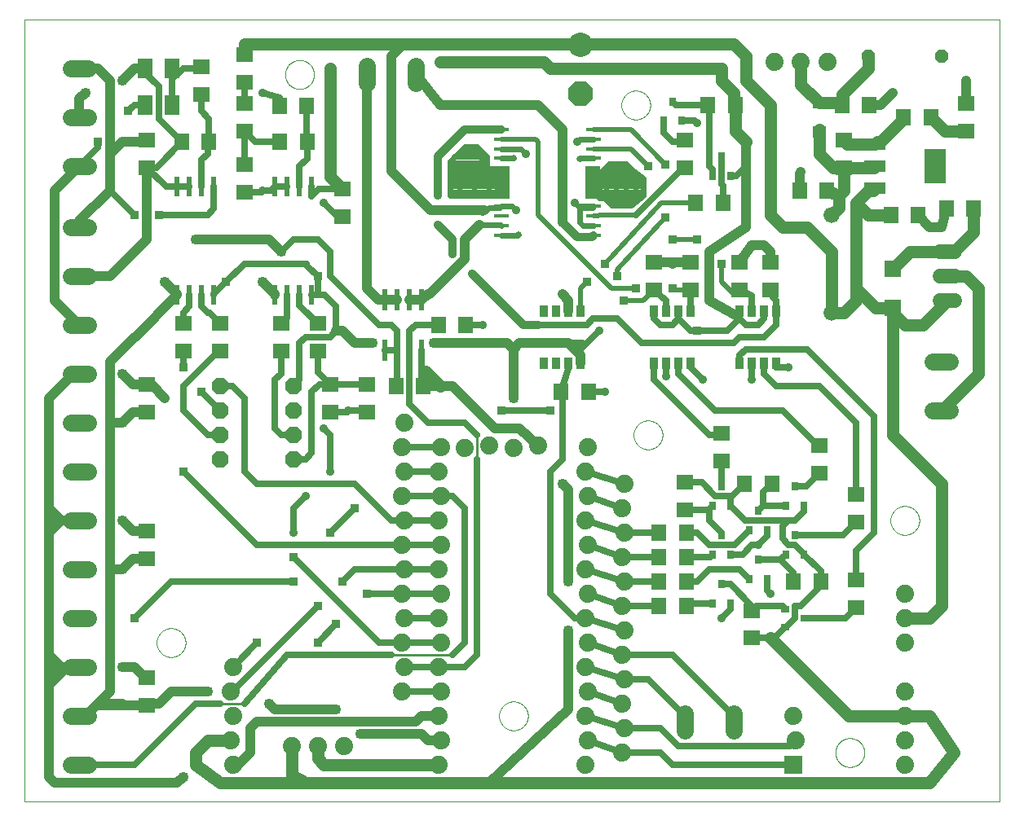
<source format=gtl>
G75*
%MOIN*%
%OFA0B0*%
%FSLAX25Y25*%
%IPPOS*%
%LPD*%
%AMOC8*
5,1,8,0,0,1.08239X$1,22.5*
%
%ADD10C,0.00000*%
%ADD11R,0.06693X0.07087*%
%ADD12R,0.02400X0.08700*%
%ADD13C,0.07050*%
%ADD14R,0.06299X0.07087*%
%ADD15R,0.07087X0.06299*%
%ADD16C,0.10000*%
%ADD17OC8,0.10000*%
%ADD18C,0.06600*%
%ADD19OC8,0.06800*%
%ADD20C,0.07400*%
%ADD21R,0.07400X0.07400*%
%ADD22R,0.05512X0.04724*%
%ADD23C,0.06000*%
%ADD24R,0.07098X0.06299*%
%ADD25R,0.06299X0.07098*%
%ADD26R,0.06299X0.07874*%
%ADD27R,0.03150X0.03543*%
%ADD28R,0.02400X0.08000*%
%ADD29R,0.06299X0.01575*%
%ADD30R,0.06000X0.13386*%
%ADD31R,0.03543X0.03150*%
%ADD32R,0.08800X0.04800*%
%ADD33R,0.08661X0.14173*%
%ADD34OC8,0.05200*%
%ADD35R,0.03600X0.04500*%
%ADD36C,0.02500*%
%ADD37C,0.05000*%
%ADD38C,0.04000*%
%ADD39R,0.03562X0.03562*%
%ADD40C,0.03562*%
%ADD41C,0.02400*%
%ADD42C,0.02600*%
%ADD43C,0.01000*%
%ADD44C,0.02000*%
%ADD45C,0.03200*%
D10*
X0005000Y0037627D02*
X0005000Y0357588D01*
X0403701Y0357588D01*
X0403701Y0037627D01*
X0005000Y0037627D01*
X0059094Y0102627D02*
X0059096Y0102780D01*
X0059102Y0102934D01*
X0059112Y0103087D01*
X0059126Y0103239D01*
X0059144Y0103392D01*
X0059166Y0103543D01*
X0059191Y0103694D01*
X0059221Y0103845D01*
X0059255Y0103995D01*
X0059292Y0104143D01*
X0059333Y0104291D01*
X0059378Y0104437D01*
X0059427Y0104583D01*
X0059480Y0104727D01*
X0059536Y0104869D01*
X0059596Y0105010D01*
X0059660Y0105150D01*
X0059727Y0105288D01*
X0059798Y0105424D01*
X0059873Y0105558D01*
X0059950Y0105690D01*
X0060032Y0105820D01*
X0060116Y0105948D01*
X0060204Y0106074D01*
X0060295Y0106197D01*
X0060389Y0106318D01*
X0060487Y0106436D01*
X0060587Y0106552D01*
X0060691Y0106665D01*
X0060797Y0106776D01*
X0060906Y0106884D01*
X0061018Y0106989D01*
X0061132Y0107090D01*
X0061250Y0107189D01*
X0061369Y0107285D01*
X0061491Y0107378D01*
X0061616Y0107467D01*
X0061743Y0107554D01*
X0061872Y0107636D01*
X0062003Y0107716D01*
X0062136Y0107792D01*
X0062271Y0107865D01*
X0062408Y0107934D01*
X0062547Y0107999D01*
X0062687Y0108061D01*
X0062829Y0108119D01*
X0062972Y0108174D01*
X0063117Y0108225D01*
X0063263Y0108272D01*
X0063410Y0108315D01*
X0063558Y0108354D01*
X0063707Y0108390D01*
X0063857Y0108421D01*
X0064008Y0108449D01*
X0064159Y0108473D01*
X0064312Y0108493D01*
X0064464Y0108509D01*
X0064617Y0108521D01*
X0064770Y0108529D01*
X0064923Y0108533D01*
X0065077Y0108533D01*
X0065230Y0108529D01*
X0065383Y0108521D01*
X0065536Y0108509D01*
X0065688Y0108493D01*
X0065841Y0108473D01*
X0065992Y0108449D01*
X0066143Y0108421D01*
X0066293Y0108390D01*
X0066442Y0108354D01*
X0066590Y0108315D01*
X0066737Y0108272D01*
X0066883Y0108225D01*
X0067028Y0108174D01*
X0067171Y0108119D01*
X0067313Y0108061D01*
X0067453Y0107999D01*
X0067592Y0107934D01*
X0067729Y0107865D01*
X0067864Y0107792D01*
X0067997Y0107716D01*
X0068128Y0107636D01*
X0068257Y0107554D01*
X0068384Y0107467D01*
X0068509Y0107378D01*
X0068631Y0107285D01*
X0068750Y0107189D01*
X0068868Y0107090D01*
X0068982Y0106989D01*
X0069094Y0106884D01*
X0069203Y0106776D01*
X0069309Y0106665D01*
X0069413Y0106552D01*
X0069513Y0106436D01*
X0069611Y0106318D01*
X0069705Y0106197D01*
X0069796Y0106074D01*
X0069884Y0105948D01*
X0069968Y0105820D01*
X0070050Y0105690D01*
X0070127Y0105558D01*
X0070202Y0105424D01*
X0070273Y0105288D01*
X0070340Y0105150D01*
X0070404Y0105010D01*
X0070464Y0104869D01*
X0070520Y0104727D01*
X0070573Y0104583D01*
X0070622Y0104437D01*
X0070667Y0104291D01*
X0070708Y0104143D01*
X0070745Y0103995D01*
X0070779Y0103845D01*
X0070809Y0103694D01*
X0070834Y0103543D01*
X0070856Y0103392D01*
X0070874Y0103239D01*
X0070888Y0103087D01*
X0070898Y0102934D01*
X0070904Y0102780D01*
X0070906Y0102627D01*
X0070904Y0102474D01*
X0070898Y0102320D01*
X0070888Y0102167D01*
X0070874Y0102015D01*
X0070856Y0101862D01*
X0070834Y0101711D01*
X0070809Y0101560D01*
X0070779Y0101409D01*
X0070745Y0101259D01*
X0070708Y0101111D01*
X0070667Y0100963D01*
X0070622Y0100817D01*
X0070573Y0100671D01*
X0070520Y0100527D01*
X0070464Y0100385D01*
X0070404Y0100244D01*
X0070340Y0100104D01*
X0070273Y0099966D01*
X0070202Y0099830D01*
X0070127Y0099696D01*
X0070050Y0099564D01*
X0069968Y0099434D01*
X0069884Y0099306D01*
X0069796Y0099180D01*
X0069705Y0099057D01*
X0069611Y0098936D01*
X0069513Y0098818D01*
X0069413Y0098702D01*
X0069309Y0098589D01*
X0069203Y0098478D01*
X0069094Y0098370D01*
X0068982Y0098265D01*
X0068868Y0098164D01*
X0068750Y0098065D01*
X0068631Y0097969D01*
X0068509Y0097876D01*
X0068384Y0097787D01*
X0068257Y0097700D01*
X0068128Y0097618D01*
X0067997Y0097538D01*
X0067864Y0097462D01*
X0067729Y0097389D01*
X0067592Y0097320D01*
X0067453Y0097255D01*
X0067313Y0097193D01*
X0067171Y0097135D01*
X0067028Y0097080D01*
X0066883Y0097029D01*
X0066737Y0096982D01*
X0066590Y0096939D01*
X0066442Y0096900D01*
X0066293Y0096864D01*
X0066143Y0096833D01*
X0065992Y0096805D01*
X0065841Y0096781D01*
X0065688Y0096761D01*
X0065536Y0096745D01*
X0065383Y0096733D01*
X0065230Y0096725D01*
X0065077Y0096721D01*
X0064923Y0096721D01*
X0064770Y0096725D01*
X0064617Y0096733D01*
X0064464Y0096745D01*
X0064312Y0096761D01*
X0064159Y0096781D01*
X0064008Y0096805D01*
X0063857Y0096833D01*
X0063707Y0096864D01*
X0063558Y0096900D01*
X0063410Y0096939D01*
X0063263Y0096982D01*
X0063117Y0097029D01*
X0062972Y0097080D01*
X0062829Y0097135D01*
X0062687Y0097193D01*
X0062547Y0097255D01*
X0062408Y0097320D01*
X0062271Y0097389D01*
X0062136Y0097462D01*
X0062003Y0097538D01*
X0061872Y0097618D01*
X0061743Y0097700D01*
X0061616Y0097787D01*
X0061491Y0097876D01*
X0061369Y0097969D01*
X0061250Y0098065D01*
X0061132Y0098164D01*
X0061018Y0098265D01*
X0060906Y0098370D01*
X0060797Y0098478D01*
X0060691Y0098589D01*
X0060587Y0098702D01*
X0060487Y0098818D01*
X0060389Y0098936D01*
X0060295Y0099057D01*
X0060204Y0099180D01*
X0060116Y0099306D01*
X0060032Y0099434D01*
X0059950Y0099564D01*
X0059873Y0099696D01*
X0059798Y0099830D01*
X0059727Y0099966D01*
X0059660Y0100104D01*
X0059596Y0100244D01*
X0059536Y0100385D01*
X0059480Y0100527D01*
X0059427Y0100671D01*
X0059378Y0100817D01*
X0059333Y0100963D01*
X0059292Y0101111D01*
X0059255Y0101259D01*
X0059221Y0101409D01*
X0059191Y0101560D01*
X0059166Y0101711D01*
X0059144Y0101862D01*
X0059126Y0102015D01*
X0059112Y0102167D01*
X0059102Y0102320D01*
X0059096Y0102474D01*
X0059094Y0102627D01*
X0199094Y0072627D02*
X0199096Y0072780D01*
X0199102Y0072934D01*
X0199112Y0073087D01*
X0199126Y0073239D01*
X0199144Y0073392D01*
X0199166Y0073543D01*
X0199191Y0073694D01*
X0199221Y0073845D01*
X0199255Y0073995D01*
X0199292Y0074143D01*
X0199333Y0074291D01*
X0199378Y0074437D01*
X0199427Y0074583D01*
X0199480Y0074727D01*
X0199536Y0074869D01*
X0199596Y0075010D01*
X0199660Y0075150D01*
X0199727Y0075288D01*
X0199798Y0075424D01*
X0199873Y0075558D01*
X0199950Y0075690D01*
X0200032Y0075820D01*
X0200116Y0075948D01*
X0200204Y0076074D01*
X0200295Y0076197D01*
X0200389Y0076318D01*
X0200487Y0076436D01*
X0200587Y0076552D01*
X0200691Y0076665D01*
X0200797Y0076776D01*
X0200906Y0076884D01*
X0201018Y0076989D01*
X0201132Y0077090D01*
X0201250Y0077189D01*
X0201369Y0077285D01*
X0201491Y0077378D01*
X0201616Y0077467D01*
X0201743Y0077554D01*
X0201872Y0077636D01*
X0202003Y0077716D01*
X0202136Y0077792D01*
X0202271Y0077865D01*
X0202408Y0077934D01*
X0202547Y0077999D01*
X0202687Y0078061D01*
X0202829Y0078119D01*
X0202972Y0078174D01*
X0203117Y0078225D01*
X0203263Y0078272D01*
X0203410Y0078315D01*
X0203558Y0078354D01*
X0203707Y0078390D01*
X0203857Y0078421D01*
X0204008Y0078449D01*
X0204159Y0078473D01*
X0204312Y0078493D01*
X0204464Y0078509D01*
X0204617Y0078521D01*
X0204770Y0078529D01*
X0204923Y0078533D01*
X0205077Y0078533D01*
X0205230Y0078529D01*
X0205383Y0078521D01*
X0205536Y0078509D01*
X0205688Y0078493D01*
X0205841Y0078473D01*
X0205992Y0078449D01*
X0206143Y0078421D01*
X0206293Y0078390D01*
X0206442Y0078354D01*
X0206590Y0078315D01*
X0206737Y0078272D01*
X0206883Y0078225D01*
X0207028Y0078174D01*
X0207171Y0078119D01*
X0207313Y0078061D01*
X0207453Y0077999D01*
X0207592Y0077934D01*
X0207729Y0077865D01*
X0207864Y0077792D01*
X0207997Y0077716D01*
X0208128Y0077636D01*
X0208257Y0077554D01*
X0208384Y0077467D01*
X0208509Y0077378D01*
X0208631Y0077285D01*
X0208750Y0077189D01*
X0208868Y0077090D01*
X0208982Y0076989D01*
X0209094Y0076884D01*
X0209203Y0076776D01*
X0209309Y0076665D01*
X0209413Y0076552D01*
X0209513Y0076436D01*
X0209611Y0076318D01*
X0209705Y0076197D01*
X0209796Y0076074D01*
X0209884Y0075948D01*
X0209968Y0075820D01*
X0210050Y0075690D01*
X0210127Y0075558D01*
X0210202Y0075424D01*
X0210273Y0075288D01*
X0210340Y0075150D01*
X0210404Y0075010D01*
X0210464Y0074869D01*
X0210520Y0074727D01*
X0210573Y0074583D01*
X0210622Y0074437D01*
X0210667Y0074291D01*
X0210708Y0074143D01*
X0210745Y0073995D01*
X0210779Y0073845D01*
X0210809Y0073694D01*
X0210834Y0073543D01*
X0210856Y0073392D01*
X0210874Y0073239D01*
X0210888Y0073087D01*
X0210898Y0072934D01*
X0210904Y0072780D01*
X0210906Y0072627D01*
X0210904Y0072474D01*
X0210898Y0072320D01*
X0210888Y0072167D01*
X0210874Y0072015D01*
X0210856Y0071862D01*
X0210834Y0071711D01*
X0210809Y0071560D01*
X0210779Y0071409D01*
X0210745Y0071259D01*
X0210708Y0071111D01*
X0210667Y0070963D01*
X0210622Y0070817D01*
X0210573Y0070671D01*
X0210520Y0070527D01*
X0210464Y0070385D01*
X0210404Y0070244D01*
X0210340Y0070104D01*
X0210273Y0069966D01*
X0210202Y0069830D01*
X0210127Y0069696D01*
X0210050Y0069564D01*
X0209968Y0069434D01*
X0209884Y0069306D01*
X0209796Y0069180D01*
X0209705Y0069057D01*
X0209611Y0068936D01*
X0209513Y0068818D01*
X0209413Y0068702D01*
X0209309Y0068589D01*
X0209203Y0068478D01*
X0209094Y0068370D01*
X0208982Y0068265D01*
X0208868Y0068164D01*
X0208750Y0068065D01*
X0208631Y0067969D01*
X0208509Y0067876D01*
X0208384Y0067787D01*
X0208257Y0067700D01*
X0208128Y0067618D01*
X0207997Y0067538D01*
X0207864Y0067462D01*
X0207729Y0067389D01*
X0207592Y0067320D01*
X0207453Y0067255D01*
X0207313Y0067193D01*
X0207171Y0067135D01*
X0207028Y0067080D01*
X0206883Y0067029D01*
X0206737Y0066982D01*
X0206590Y0066939D01*
X0206442Y0066900D01*
X0206293Y0066864D01*
X0206143Y0066833D01*
X0205992Y0066805D01*
X0205841Y0066781D01*
X0205688Y0066761D01*
X0205536Y0066745D01*
X0205383Y0066733D01*
X0205230Y0066725D01*
X0205077Y0066721D01*
X0204923Y0066721D01*
X0204770Y0066725D01*
X0204617Y0066733D01*
X0204464Y0066745D01*
X0204312Y0066761D01*
X0204159Y0066781D01*
X0204008Y0066805D01*
X0203857Y0066833D01*
X0203707Y0066864D01*
X0203558Y0066900D01*
X0203410Y0066939D01*
X0203263Y0066982D01*
X0203117Y0067029D01*
X0202972Y0067080D01*
X0202829Y0067135D01*
X0202687Y0067193D01*
X0202547Y0067255D01*
X0202408Y0067320D01*
X0202271Y0067389D01*
X0202136Y0067462D01*
X0202003Y0067538D01*
X0201872Y0067618D01*
X0201743Y0067700D01*
X0201616Y0067787D01*
X0201491Y0067876D01*
X0201369Y0067969D01*
X0201250Y0068065D01*
X0201132Y0068164D01*
X0201018Y0068265D01*
X0200906Y0068370D01*
X0200797Y0068478D01*
X0200691Y0068589D01*
X0200587Y0068702D01*
X0200487Y0068818D01*
X0200389Y0068936D01*
X0200295Y0069057D01*
X0200204Y0069180D01*
X0200116Y0069306D01*
X0200032Y0069434D01*
X0199950Y0069564D01*
X0199873Y0069696D01*
X0199798Y0069830D01*
X0199727Y0069966D01*
X0199660Y0070104D01*
X0199596Y0070244D01*
X0199536Y0070385D01*
X0199480Y0070527D01*
X0199427Y0070671D01*
X0199378Y0070817D01*
X0199333Y0070963D01*
X0199292Y0071111D01*
X0199255Y0071259D01*
X0199221Y0071409D01*
X0199191Y0071560D01*
X0199166Y0071711D01*
X0199144Y0071862D01*
X0199126Y0072015D01*
X0199112Y0072167D01*
X0199102Y0072320D01*
X0199096Y0072474D01*
X0199094Y0072627D01*
X0254094Y0187627D02*
X0254096Y0187780D01*
X0254102Y0187934D01*
X0254112Y0188087D01*
X0254126Y0188239D01*
X0254144Y0188392D01*
X0254166Y0188543D01*
X0254191Y0188694D01*
X0254221Y0188845D01*
X0254255Y0188995D01*
X0254292Y0189143D01*
X0254333Y0189291D01*
X0254378Y0189437D01*
X0254427Y0189583D01*
X0254480Y0189727D01*
X0254536Y0189869D01*
X0254596Y0190010D01*
X0254660Y0190150D01*
X0254727Y0190288D01*
X0254798Y0190424D01*
X0254873Y0190558D01*
X0254950Y0190690D01*
X0255032Y0190820D01*
X0255116Y0190948D01*
X0255204Y0191074D01*
X0255295Y0191197D01*
X0255389Y0191318D01*
X0255487Y0191436D01*
X0255587Y0191552D01*
X0255691Y0191665D01*
X0255797Y0191776D01*
X0255906Y0191884D01*
X0256018Y0191989D01*
X0256132Y0192090D01*
X0256250Y0192189D01*
X0256369Y0192285D01*
X0256491Y0192378D01*
X0256616Y0192467D01*
X0256743Y0192554D01*
X0256872Y0192636D01*
X0257003Y0192716D01*
X0257136Y0192792D01*
X0257271Y0192865D01*
X0257408Y0192934D01*
X0257547Y0192999D01*
X0257687Y0193061D01*
X0257829Y0193119D01*
X0257972Y0193174D01*
X0258117Y0193225D01*
X0258263Y0193272D01*
X0258410Y0193315D01*
X0258558Y0193354D01*
X0258707Y0193390D01*
X0258857Y0193421D01*
X0259008Y0193449D01*
X0259159Y0193473D01*
X0259312Y0193493D01*
X0259464Y0193509D01*
X0259617Y0193521D01*
X0259770Y0193529D01*
X0259923Y0193533D01*
X0260077Y0193533D01*
X0260230Y0193529D01*
X0260383Y0193521D01*
X0260536Y0193509D01*
X0260688Y0193493D01*
X0260841Y0193473D01*
X0260992Y0193449D01*
X0261143Y0193421D01*
X0261293Y0193390D01*
X0261442Y0193354D01*
X0261590Y0193315D01*
X0261737Y0193272D01*
X0261883Y0193225D01*
X0262028Y0193174D01*
X0262171Y0193119D01*
X0262313Y0193061D01*
X0262453Y0192999D01*
X0262592Y0192934D01*
X0262729Y0192865D01*
X0262864Y0192792D01*
X0262997Y0192716D01*
X0263128Y0192636D01*
X0263257Y0192554D01*
X0263384Y0192467D01*
X0263509Y0192378D01*
X0263631Y0192285D01*
X0263750Y0192189D01*
X0263868Y0192090D01*
X0263982Y0191989D01*
X0264094Y0191884D01*
X0264203Y0191776D01*
X0264309Y0191665D01*
X0264413Y0191552D01*
X0264513Y0191436D01*
X0264611Y0191318D01*
X0264705Y0191197D01*
X0264796Y0191074D01*
X0264884Y0190948D01*
X0264968Y0190820D01*
X0265050Y0190690D01*
X0265127Y0190558D01*
X0265202Y0190424D01*
X0265273Y0190288D01*
X0265340Y0190150D01*
X0265404Y0190010D01*
X0265464Y0189869D01*
X0265520Y0189727D01*
X0265573Y0189583D01*
X0265622Y0189437D01*
X0265667Y0189291D01*
X0265708Y0189143D01*
X0265745Y0188995D01*
X0265779Y0188845D01*
X0265809Y0188694D01*
X0265834Y0188543D01*
X0265856Y0188392D01*
X0265874Y0188239D01*
X0265888Y0188087D01*
X0265898Y0187934D01*
X0265904Y0187780D01*
X0265906Y0187627D01*
X0265904Y0187474D01*
X0265898Y0187320D01*
X0265888Y0187167D01*
X0265874Y0187015D01*
X0265856Y0186862D01*
X0265834Y0186711D01*
X0265809Y0186560D01*
X0265779Y0186409D01*
X0265745Y0186259D01*
X0265708Y0186111D01*
X0265667Y0185963D01*
X0265622Y0185817D01*
X0265573Y0185671D01*
X0265520Y0185527D01*
X0265464Y0185385D01*
X0265404Y0185244D01*
X0265340Y0185104D01*
X0265273Y0184966D01*
X0265202Y0184830D01*
X0265127Y0184696D01*
X0265050Y0184564D01*
X0264968Y0184434D01*
X0264884Y0184306D01*
X0264796Y0184180D01*
X0264705Y0184057D01*
X0264611Y0183936D01*
X0264513Y0183818D01*
X0264413Y0183702D01*
X0264309Y0183589D01*
X0264203Y0183478D01*
X0264094Y0183370D01*
X0263982Y0183265D01*
X0263868Y0183164D01*
X0263750Y0183065D01*
X0263631Y0182969D01*
X0263509Y0182876D01*
X0263384Y0182787D01*
X0263257Y0182700D01*
X0263128Y0182618D01*
X0262997Y0182538D01*
X0262864Y0182462D01*
X0262729Y0182389D01*
X0262592Y0182320D01*
X0262453Y0182255D01*
X0262313Y0182193D01*
X0262171Y0182135D01*
X0262028Y0182080D01*
X0261883Y0182029D01*
X0261737Y0181982D01*
X0261590Y0181939D01*
X0261442Y0181900D01*
X0261293Y0181864D01*
X0261143Y0181833D01*
X0260992Y0181805D01*
X0260841Y0181781D01*
X0260688Y0181761D01*
X0260536Y0181745D01*
X0260383Y0181733D01*
X0260230Y0181725D01*
X0260077Y0181721D01*
X0259923Y0181721D01*
X0259770Y0181725D01*
X0259617Y0181733D01*
X0259464Y0181745D01*
X0259312Y0181761D01*
X0259159Y0181781D01*
X0259008Y0181805D01*
X0258857Y0181833D01*
X0258707Y0181864D01*
X0258558Y0181900D01*
X0258410Y0181939D01*
X0258263Y0181982D01*
X0258117Y0182029D01*
X0257972Y0182080D01*
X0257829Y0182135D01*
X0257687Y0182193D01*
X0257547Y0182255D01*
X0257408Y0182320D01*
X0257271Y0182389D01*
X0257136Y0182462D01*
X0257003Y0182538D01*
X0256872Y0182618D01*
X0256743Y0182700D01*
X0256616Y0182787D01*
X0256491Y0182876D01*
X0256369Y0182969D01*
X0256250Y0183065D01*
X0256132Y0183164D01*
X0256018Y0183265D01*
X0255906Y0183370D01*
X0255797Y0183478D01*
X0255691Y0183589D01*
X0255587Y0183702D01*
X0255487Y0183818D01*
X0255389Y0183936D01*
X0255295Y0184057D01*
X0255204Y0184180D01*
X0255116Y0184306D01*
X0255032Y0184434D01*
X0254950Y0184564D01*
X0254873Y0184696D01*
X0254798Y0184830D01*
X0254727Y0184966D01*
X0254660Y0185104D01*
X0254596Y0185244D01*
X0254536Y0185385D01*
X0254480Y0185527D01*
X0254427Y0185671D01*
X0254378Y0185817D01*
X0254333Y0185963D01*
X0254292Y0186111D01*
X0254255Y0186259D01*
X0254221Y0186409D01*
X0254191Y0186560D01*
X0254166Y0186711D01*
X0254144Y0186862D01*
X0254126Y0187015D01*
X0254112Y0187167D01*
X0254102Y0187320D01*
X0254096Y0187474D01*
X0254094Y0187627D01*
X0359094Y0152627D02*
X0359096Y0152780D01*
X0359102Y0152934D01*
X0359112Y0153087D01*
X0359126Y0153239D01*
X0359144Y0153392D01*
X0359166Y0153543D01*
X0359191Y0153694D01*
X0359221Y0153845D01*
X0359255Y0153995D01*
X0359292Y0154143D01*
X0359333Y0154291D01*
X0359378Y0154437D01*
X0359427Y0154583D01*
X0359480Y0154727D01*
X0359536Y0154869D01*
X0359596Y0155010D01*
X0359660Y0155150D01*
X0359727Y0155288D01*
X0359798Y0155424D01*
X0359873Y0155558D01*
X0359950Y0155690D01*
X0360032Y0155820D01*
X0360116Y0155948D01*
X0360204Y0156074D01*
X0360295Y0156197D01*
X0360389Y0156318D01*
X0360487Y0156436D01*
X0360587Y0156552D01*
X0360691Y0156665D01*
X0360797Y0156776D01*
X0360906Y0156884D01*
X0361018Y0156989D01*
X0361132Y0157090D01*
X0361250Y0157189D01*
X0361369Y0157285D01*
X0361491Y0157378D01*
X0361616Y0157467D01*
X0361743Y0157554D01*
X0361872Y0157636D01*
X0362003Y0157716D01*
X0362136Y0157792D01*
X0362271Y0157865D01*
X0362408Y0157934D01*
X0362547Y0157999D01*
X0362687Y0158061D01*
X0362829Y0158119D01*
X0362972Y0158174D01*
X0363117Y0158225D01*
X0363263Y0158272D01*
X0363410Y0158315D01*
X0363558Y0158354D01*
X0363707Y0158390D01*
X0363857Y0158421D01*
X0364008Y0158449D01*
X0364159Y0158473D01*
X0364312Y0158493D01*
X0364464Y0158509D01*
X0364617Y0158521D01*
X0364770Y0158529D01*
X0364923Y0158533D01*
X0365077Y0158533D01*
X0365230Y0158529D01*
X0365383Y0158521D01*
X0365536Y0158509D01*
X0365688Y0158493D01*
X0365841Y0158473D01*
X0365992Y0158449D01*
X0366143Y0158421D01*
X0366293Y0158390D01*
X0366442Y0158354D01*
X0366590Y0158315D01*
X0366737Y0158272D01*
X0366883Y0158225D01*
X0367028Y0158174D01*
X0367171Y0158119D01*
X0367313Y0158061D01*
X0367453Y0157999D01*
X0367592Y0157934D01*
X0367729Y0157865D01*
X0367864Y0157792D01*
X0367997Y0157716D01*
X0368128Y0157636D01*
X0368257Y0157554D01*
X0368384Y0157467D01*
X0368509Y0157378D01*
X0368631Y0157285D01*
X0368750Y0157189D01*
X0368868Y0157090D01*
X0368982Y0156989D01*
X0369094Y0156884D01*
X0369203Y0156776D01*
X0369309Y0156665D01*
X0369413Y0156552D01*
X0369513Y0156436D01*
X0369611Y0156318D01*
X0369705Y0156197D01*
X0369796Y0156074D01*
X0369884Y0155948D01*
X0369968Y0155820D01*
X0370050Y0155690D01*
X0370127Y0155558D01*
X0370202Y0155424D01*
X0370273Y0155288D01*
X0370340Y0155150D01*
X0370404Y0155010D01*
X0370464Y0154869D01*
X0370520Y0154727D01*
X0370573Y0154583D01*
X0370622Y0154437D01*
X0370667Y0154291D01*
X0370708Y0154143D01*
X0370745Y0153995D01*
X0370779Y0153845D01*
X0370809Y0153694D01*
X0370834Y0153543D01*
X0370856Y0153392D01*
X0370874Y0153239D01*
X0370888Y0153087D01*
X0370898Y0152934D01*
X0370904Y0152780D01*
X0370906Y0152627D01*
X0370904Y0152474D01*
X0370898Y0152320D01*
X0370888Y0152167D01*
X0370874Y0152015D01*
X0370856Y0151862D01*
X0370834Y0151711D01*
X0370809Y0151560D01*
X0370779Y0151409D01*
X0370745Y0151259D01*
X0370708Y0151111D01*
X0370667Y0150963D01*
X0370622Y0150817D01*
X0370573Y0150671D01*
X0370520Y0150527D01*
X0370464Y0150385D01*
X0370404Y0150244D01*
X0370340Y0150104D01*
X0370273Y0149966D01*
X0370202Y0149830D01*
X0370127Y0149696D01*
X0370050Y0149564D01*
X0369968Y0149434D01*
X0369884Y0149306D01*
X0369796Y0149180D01*
X0369705Y0149057D01*
X0369611Y0148936D01*
X0369513Y0148818D01*
X0369413Y0148702D01*
X0369309Y0148589D01*
X0369203Y0148478D01*
X0369094Y0148370D01*
X0368982Y0148265D01*
X0368868Y0148164D01*
X0368750Y0148065D01*
X0368631Y0147969D01*
X0368509Y0147876D01*
X0368384Y0147787D01*
X0368257Y0147700D01*
X0368128Y0147618D01*
X0367997Y0147538D01*
X0367864Y0147462D01*
X0367729Y0147389D01*
X0367592Y0147320D01*
X0367453Y0147255D01*
X0367313Y0147193D01*
X0367171Y0147135D01*
X0367028Y0147080D01*
X0366883Y0147029D01*
X0366737Y0146982D01*
X0366590Y0146939D01*
X0366442Y0146900D01*
X0366293Y0146864D01*
X0366143Y0146833D01*
X0365992Y0146805D01*
X0365841Y0146781D01*
X0365688Y0146761D01*
X0365536Y0146745D01*
X0365383Y0146733D01*
X0365230Y0146725D01*
X0365077Y0146721D01*
X0364923Y0146721D01*
X0364770Y0146725D01*
X0364617Y0146733D01*
X0364464Y0146745D01*
X0364312Y0146761D01*
X0364159Y0146781D01*
X0364008Y0146805D01*
X0363857Y0146833D01*
X0363707Y0146864D01*
X0363558Y0146900D01*
X0363410Y0146939D01*
X0363263Y0146982D01*
X0363117Y0147029D01*
X0362972Y0147080D01*
X0362829Y0147135D01*
X0362687Y0147193D01*
X0362547Y0147255D01*
X0362408Y0147320D01*
X0362271Y0147389D01*
X0362136Y0147462D01*
X0362003Y0147538D01*
X0361872Y0147618D01*
X0361743Y0147700D01*
X0361616Y0147787D01*
X0361491Y0147876D01*
X0361369Y0147969D01*
X0361250Y0148065D01*
X0361132Y0148164D01*
X0361018Y0148265D01*
X0360906Y0148370D01*
X0360797Y0148478D01*
X0360691Y0148589D01*
X0360587Y0148702D01*
X0360487Y0148818D01*
X0360389Y0148936D01*
X0360295Y0149057D01*
X0360204Y0149180D01*
X0360116Y0149306D01*
X0360032Y0149434D01*
X0359950Y0149564D01*
X0359873Y0149696D01*
X0359798Y0149830D01*
X0359727Y0149966D01*
X0359660Y0150104D01*
X0359596Y0150244D01*
X0359536Y0150385D01*
X0359480Y0150527D01*
X0359427Y0150671D01*
X0359378Y0150817D01*
X0359333Y0150963D01*
X0359292Y0151111D01*
X0359255Y0151259D01*
X0359221Y0151409D01*
X0359191Y0151560D01*
X0359166Y0151711D01*
X0359144Y0151862D01*
X0359126Y0152015D01*
X0359112Y0152167D01*
X0359102Y0152320D01*
X0359096Y0152474D01*
X0359094Y0152627D01*
X0336594Y0057627D02*
X0336596Y0057780D01*
X0336602Y0057934D01*
X0336612Y0058087D01*
X0336626Y0058239D01*
X0336644Y0058392D01*
X0336666Y0058543D01*
X0336691Y0058694D01*
X0336721Y0058845D01*
X0336755Y0058995D01*
X0336792Y0059143D01*
X0336833Y0059291D01*
X0336878Y0059437D01*
X0336927Y0059583D01*
X0336980Y0059727D01*
X0337036Y0059869D01*
X0337096Y0060010D01*
X0337160Y0060150D01*
X0337227Y0060288D01*
X0337298Y0060424D01*
X0337373Y0060558D01*
X0337450Y0060690D01*
X0337532Y0060820D01*
X0337616Y0060948D01*
X0337704Y0061074D01*
X0337795Y0061197D01*
X0337889Y0061318D01*
X0337987Y0061436D01*
X0338087Y0061552D01*
X0338191Y0061665D01*
X0338297Y0061776D01*
X0338406Y0061884D01*
X0338518Y0061989D01*
X0338632Y0062090D01*
X0338750Y0062189D01*
X0338869Y0062285D01*
X0338991Y0062378D01*
X0339116Y0062467D01*
X0339243Y0062554D01*
X0339372Y0062636D01*
X0339503Y0062716D01*
X0339636Y0062792D01*
X0339771Y0062865D01*
X0339908Y0062934D01*
X0340047Y0062999D01*
X0340187Y0063061D01*
X0340329Y0063119D01*
X0340472Y0063174D01*
X0340617Y0063225D01*
X0340763Y0063272D01*
X0340910Y0063315D01*
X0341058Y0063354D01*
X0341207Y0063390D01*
X0341357Y0063421D01*
X0341508Y0063449D01*
X0341659Y0063473D01*
X0341812Y0063493D01*
X0341964Y0063509D01*
X0342117Y0063521D01*
X0342270Y0063529D01*
X0342423Y0063533D01*
X0342577Y0063533D01*
X0342730Y0063529D01*
X0342883Y0063521D01*
X0343036Y0063509D01*
X0343188Y0063493D01*
X0343341Y0063473D01*
X0343492Y0063449D01*
X0343643Y0063421D01*
X0343793Y0063390D01*
X0343942Y0063354D01*
X0344090Y0063315D01*
X0344237Y0063272D01*
X0344383Y0063225D01*
X0344528Y0063174D01*
X0344671Y0063119D01*
X0344813Y0063061D01*
X0344953Y0062999D01*
X0345092Y0062934D01*
X0345229Y0062865D01*
X0345364Y0062792D01*
X0345497Y0062716D01*
X0345628Y0062636D01*
X0345757Y0062554D01*
X0345884Y0062467D01*
X0346009Y0062378D01*
X0346131Y0062285D01*
X0346250Y0062189D01*
X0346368Y0062090D01*
X0346482Y0061989D01*
X0346594Y0061884D01*
X0346703Y0061776D01*
X0346809Y0061665D01*
X0346913Y0061552D01*
X0347013Y0061436D01*
X0347111Y0061318D01*
X0347205Y0061197D01*
X0347296Y0061074D01*
X0347384Y0060948D01*
X0347468Y0060820D01*
X0347550Y0060690D01*
X0347627Y0060558D01*
X0347702Y0060424D01*
X0347773Y0060288D01*
X0347840Y0060150D01*
X0347904Y0060010D01*
X0347964Y0059869D01*
X0348020Y0059727D01*
X0348073Y0059583D01*
X0348122Y0059437D01*
X0348167Y0059291D01*
X0348208Y0059143D01*
X0348245Y0058995D01*
X0348279Y0058845D01*
X0348309Y0058694D01*
X0348334Y0058543D01*
X0348356Y0058392D01*
X0348374Y0058239D01*
X0348388Y0058087D01*
X0348398Y0057934D01*
X0348404Y0057780D01*
X0348406Y0057627D01*
X0348404Y0057474D01*
X0348398Y0057320D01*
X0348388Y0057167D01*
X0348374Y0057015D01*
X0348356Y0056862D01*
X0348334Y0056711D01*
X0348309Y0056560D01*
X0348279Y0056409D01*
X0348245Y0056259D01*
X0348208Y0056111D01*
X0348167Y0055963D01*
X0348122Y0055817D01*
X0348073Y0055671D01*
X0348020Y0055527D01*
X0347964Y0055385D01*
X0347904Y0055244D01*
X0347840Y0055104D01*
X0347773Y0054966D01*
X0347702Y0054830D01*
X0347627Y0054696D01*
X0347550Y0054564D01*
X0347468Y0054434D01*
X0347384Y0054306D01*
X0347296Y0054180D01*
X0347205Y0054057D01*
X0347111Y0053936D01*
X0347013Y0053818D01*
X0346913Y0053702D01*
X0346809Y0053589D01*
X0346703Y0053478D01*
X0346594Y0053370D01*
X0346482Y0053265D01*
X0346368Y0053164D01*
X0346250Y0053065D01*
X0346131Y0052969D01*
X0346009Y0052876D01*
X0345884Y0052787D01*
X0345757Y0052700D01*
X0345628Y0052618D01*
X0345497Y0052538D01*
X0345364Y0052462D01*
X0345229Y0052389D01*
X0345092Y0052320D01*
X0344953Y0052255D01*
X0344813Y0052193D01*
X0344671Y0052135D01*
X0344528Y0052080D01*
X0344383Y0052029D01*
X0344237Y0051982D01*
X0344090Y0051939D01*
X0343942Y0051900D01*
X0343793Y0051864D01*
X0343643Y0051833D01*
X0343492Y0051805D01*
X0343341Y0051781D01*
X0343188Y0051761D01*
X0343036Y0051745D01*
X0342883Y0051733D01*
X0342730Y0051725D01*
X0342577Y0051721D01*
X0342423Y0051721D01*
X0342270Y0051725D01*
X0342117Y0051733D01*
X0341964Y0051745D01*
X0341812Y0051761D01*
X0341659Y0051781D01*
X0341508Y0051805D01*
X0341357Y0051833D01*
X0341207Y0051864D01*
X0341058Y0051900D01*
X0340910Y0051939D01*
X0340763Y0051982D01*
X0340617Y0052029D01*
X0340472Y0052080D01*
X0340329Y0052135D01*
X0340187Y0052193D01*
X0340047Y0052255D01*
X0339908Y0052320D01*
X0339771Y0052389D01*
X0339636Y0052462D01*
X0339503Y0052538D01*
X0339372Y0052618D01*
X0339243Y0052700D01*
X0339116Y0052787D01*
X0338991Y0052876D01*
X0338869Y0052969D01*
X0338750Y0053065D01*
X0338632Y0053164D01*
X0338518Y0053265D01*
X0338406Y0053370D01*
X0338297Y0053478D01*
X0338191Y0053589D01*
X0338087Y0053702D01*
X0337987Y0053818D01*
X0337889Y0053936D01*
X0337795Y0054057D01*
X0337704Y0054180D01*
X0337616Y0054306D01*
X0337532Y0054434D01*
X0337450Y0054564D01*
X0337373Y0054696D01*
X0337298Y0054830D01*
X0337227Y0054966D01*
X0337160Y0055104D01*
X0337096Y0055244D01*
X0337036Y0055385D01*
X0336980Y0055527D01*
X0336927Y0055671D01*
X0336878Y0055817D01*
X0336833Y0055963D01*
X0336792Y0056111D01*
X0336755Y0056259D01*
X0336721Y0056409D01*
X0336691Y0056560D01*
X0336666Y0056711D01*
X0336644Y0056862D01*
X0336626Y0057015D01*
X0336612Y0057167D01*
X0336602Y0057320D01*
X0336596Y0057474D01*
X0336594Y0057627D01*
X0249094Y0322627D02*
X0249096Y0322780D01*
X0249102Y0322934D01*
X0249112Y0323087D01*
X0249126Y0323239D01*
X0249144Y0323392D01*
X0249166Y0323543D01*
X0249191Y0323694D01*
X0249221Y0323845D01*
X0249255Y0323995D01*
X0249292Y0324143D01*
X0249333Y0324291D01*
X0249378Y0324437D01*
X0249427Y0324583D01*
X0249480Y0324727D01*
X0249536Y0324869D01*
X0249596Y0325010D01*
X0249660Y0325150D01*
X0249727Y0325288D01*
X0249798Y0325424D01*
X0249873Y0325558D01*
X0249950Y0325690D01*
X0250032Y0325820D01*
X0250116Y0325948D01*
X0250204Y0326074D01*
X0250295Y0326197D01*
X0250389Y0326318D01*
X0250487Y0326436D01*
X0250587Y0326552D01*
X0250691Y0326665D01*
X0250797Y0326776D01*
X0250906Y0326884D01*
X0251018Y0326989D01*
X0251132Y0327090D01*
X0251250Y0327189D01*
X0251369Y0327285D01*
X0251491Y0327378D01*
X0251616Y0327467D01*
X0251743Y0327554D01*
X0251872Y0327636D01*
X0252003Y0327716D01*
X0252136Y0327792D01*
X0252271Y0327865D01*
X0252408Y0327934D01*
X0252547Y0327999D01*
X0252687Y0328061D01*
X0252829Y0328119D01*
X0252972Y0328174D01*
X0253117Y0328225D01*
X0253263Y0328272D01*
X0253410Y0328315D01*
X0253558Y0328354D01*
X0253707Y0328390D01*
X0253857Y0328421D01*
X0254008Y0328449D01*
X0254159Y0328473D01*
X0254312Y0328493D01*
X0254464Y0328509D01*
X0254617Y0328521D01*
X0254770Y0328529D01*
X0254923Y0328533D01*
X0255077Y0328533D01*
X0255230Y0328529D01*
X0255383Y0328521D01*
X0255536Y0328509D01*
X0255688Y0328493D01*
X0255841Y0328473D01*
X0255992Y0328449D01*
X0256143Y0328421D01*
X0256293Y0328390D01*
X0256442Y0328354D01*
X0256590Y0328315D01*
X0256737Y0328272D01*
X0256883Y0328225D01*
X0257028Y0328174D01*
X0257171Y0328119D01*
X0257313Y0328061D01*
X0257453Y0327999D01*
X0257592Y0327934D01*
X0257729Y0327865D01*
X0257864Y0327792D01*
X0257997Y0327716D01*
X0258128Y0327636D01*
X0258257Y0327554D01*
X0258384Y0327467D01*
X0258509Y0327378D01*
X0258631Y0327285D01*
X0258750Y0327189D01*
X0258868Y0327090D01*
X0258982Y0326989D01*
X0259094Y0326884D01*
X0259203Y0326776D01*
X0259309Y0326665D01*
X0259413Y0326552D01*
X0259513Y0326436D01*
X0259611Y0326318D01*
X0259705Y0326197D01*
X0259796Y0326074D01*
X0259884Y0325948D01*
X0259968Y0325820D01*
X0260050Y0325690D01*
X0260127Y0325558D01*
X0260202Y0325424D01*
X0260273Y0325288D01*
X0260340Y0325150D01*
X0260404Y0325010D01*
X0260464Y0324869D01*
X0260520Y0324727D01*
X0260573Y0324583D01*
X0260622Y0324437D01*
X0260667Y0324291D01*
X0260708Y0324143D01*
X0260745Y0323995D01*
X0260779Y0323845D01*
X0260809Y0323694D01*
X0260834Y0323543D01*
X0260856Y0323392D01*
X0260874Y0323239D01*
X0260888Y0323087D01*
X0260898Y0322934D01*
X0260904Y0322780D01*
X0260906Y0322627D01*
X0260904Y0322474D01*
X0260898Y0322320D01*
X0260888Y0322167D01*
X0260874Y0322015D01*
X0260856Y0321862D01*
X0260834Y0321711D01*
X0260809Y0321560D01*
X0260779Y0321409D01*
X0260745Y0321259D01*
X0260708Y0321111D01*
X0260667Y0320963D01*
X0260622Y0320817D01*
X0260573Y0320671D01*
X0260520Y0320527D01*
X0260464Y0320385D01*
X0260404Y0320244D01*
X0260340Y0320104D01*
X0260273Y0319966D01*
X0260202Y0319830D01*
X0260127Y0319696D01*
X0260050Y0319564D01*
X0259968Y0319434D01*
X0259884Y0319306D01*
X0259796Y0319180D01*
X0259705Y0319057D01*
X0259611Y0318936D01*
X0259513Y0318818D01*
X0259413Y0318702D01*
X0259309Y0318589D01*
X0259203Y0318478D01*
X0259094Y0318370D01*
X0258982Y0318265D01*
X0258868Y0318164D01*
X0258750Y0318065D01*
X0258631Y0317969D01*
X0258509Y0317876D01*
X0258384Y0317787D01*
X0258257Y0317700D01*
X0258128Y0317618D01*
X0257997Y0317538D01*
X0257864Y0317462D01*
X0257729Y0317389D01*
X0257592Y0317320D01*
X0257453Y0317255D01*
X0257313Y0317193D01*
X0257171Y0317135D01*
X0257028Y0317080D01*
X0256883Y0317029D01*
X0256737Y0316982D01*
X0256590Y0316939D01*
X0256442Y0316900D01*
X0256293Y0316864D01*
X0256143Y0316833D01*
X0255992Y0316805D01*
X0255841Y0316781D01*
X0255688Y0316761D01*
X0255536Y0316745D01*
X0255383Y0316733D01*
X0255230Y0316725D01*
X0255077Y0316721D01*
X0254923Y0316721D01*
X0254770Y0316725D01*
X0254617Y0316733D01*
X0254464Y0316745D01*
X0254312Y0316761D01*
X0254159Y0316781D01*
X0254008Y0316805D01*
X0253857Y0316833D01*
X0253707Y0316864D01*
X0253558Y0316900D01*
X0253410Y0316939D01*
X0253263Y0316982D01*
X0253117Y0317029D01*
X0252972Y0317080D01*
X0252829Y0317135D01*
X0252687Y0317193D01*
X0252547Y0317255D01*
X0252408Y0317320D01*
X0252271Y0317389D01*
X0252136Y0317462D01*
X0252003Y0317538D01*
X0251872Y0317618D01*
X0251743Y0317700D01*
X0251616Y0317787D01*
X0251491Y0317876D01*
X0251369Y0317969D01*
X0251250Y0318065D01*
X0251132Y0318164D01*
X0251018Y0318265D01*
X0250906Y0318370D01*
X0250797Y0318478D01*
X0250691Y0318589D01*
X0250587Y0318702D01*
X0250487Y0318818D01*
X0250389Y0318936D01*
X0250295Y0319057D01*
X0250204Y0319180D01*
X0250116Y0319306D01*
X0250032Y0319434D01*
X0249950Y0319564D01*
X0249873Y0319696D01*
X0249798Y0319830D01*
X0249727Y0319966D01*
X0249660Y0320104D01*
X0249596Y0320244D01*
X0249536Y0320385D01*
X0249480Y0320527D01*
X0249427Y0320671D01*
X0249378Y0320817D01*
X0249333Y0320963D01*
X0249292Y0321111D01*
X0249255Y0321259D01*
X0249221Y0321409D01*
X0249191Y0321560D01*
X0249166Y0321711D01*
X0249144Y0321862D01*
X0249126Y0322015D01*
X0249112Y0322167D01*
X0249102Y0322320D01*
X0249096Y0322474D01*
X0249094Y0322627D01*
X0111594Y0335127D02*
X0111596Y0335280D01*
X0111602Y0335434D01*
X0111612Y0335587D01*
X0111626Y0335739D01*
X0111644Y0335892D01*
X0111666Y0336043D01*
X0111691Y0336194D01*
X0111721Y0336345D01*
X0111755Y0336495D01*
X0111792Y0336643D01*
X0111833Y0336791D01*
X0111878Y0336937D01*
X0111927Y0337083D01*
X0111980Y0337227D01*
X0112036Y0337369D01*
X0112096Y0337510D01*
X0112160Y0337650D01*
X0112227Y0337788D01*
X0112298Y0337924D01*
X0112373Y0338058D01*
X0112450Y0338190D01*
X0112532Y0338320D01*
X0112616Y0338448D01*
X0112704Y0338574D01*
X0112795Y0338697D01*
X0112889Y0338818D01*
X0112987Y0338936D01*
X0113087Y0339052D01*
X0113191Y0339165D01*
X0113297Y0339276D01*
X0113406Y0339384D01*
X0113518Y0339489D01*
X0113632Y0339590D01*
X0113750Y0339689D01*
X0113869Y0339785D01*
X0113991Y0339878D01*
X0114116Y0339967D01*
X0114243Y0340054D01*
X0114372Y0340136D01*
X0114503Y0340216D01*
X0114636Y0340292D01*
X0114771Y0340365D01*
X0114908Y0340434D01*
X0115047Y0340499D01*
X0115187Y0340561D01*
X0115329Y0340619D01*
X0115472Y0340674D01*
X0115617Y0340725D01*
X0115763Y0340772D01*
X0115910Y0340815D01*
X0116058Y0340854D01*
X0116207Y0340890D01*
X0116357Y0340921D01*
X0116508Y0340949D01*
X0116659Y0340973D01*
X0116812Y0340993D01*
X0116964Y0341009D01*
X0117117Y0341021D01*
X0117270Y0341029D01*
X0117423Y0341033D01*
X0117577Y0341033D01*
X0117730Y0341029D01*
X0117883Y0341021D01*
X0118036Y0341009D01*
X0118188Y0340993D01*
X0118341Y0340973D01*
X0118492Y0340949D01*
X0118643Y0340921D01*
X0118793Y0340890D01*
X0118942Y0340854D01*
X0119090Y0340815D01*
X0119237Y0340772D01*
X0119383Y0340725D01*
X0119528Y0340674D01*
X0119671Y0340619D01*
X0119813Y0340561D01*
X0119953Y0340499D01*
X0120092Y0340434D01*
X0120229Y0340365D01*
X0120364Y0340292D01*
X0120497Y0340216D01*
X0120628Y0340136D01*
X0120757Y0340054D01*
X0120884Y0339967D01*
X0121009Y0339878D01*
X0121131Y0339785D01*
X0121250Y0339689D01*
X0121368Y0339590D01*
X0121482Y0339489D01*
X0121594Y0339384D01*
X0121703Y0339276D01*
X0121809Y0339165D01*
X0121913Y0339052D01*
X0122013Y0338936D01*
X0122111Y0338818D01*
X0122205Y0338697D01*
X0122296Y0338574D01*
X0122384Y0338448D01*
X0122468Y0338320D01*
X0122550Y0338190D01*
X0122627Y0338058D01*
X0122702Y0337924D01*
X0122773Y0337788D01*
X0122840Y0337650D01*
X0122904Y0337510D01*
X0122964Y0337369D01*
X0123020Y0337227D01*
X0123073Y0337083D01*
X0123122Y0336937D01*
X0123167Y0336791D01*
X0123208Y0336643D01*
X0123245Y0336495D01*
X0123279Y0336345D01*
X0123309Y0336194D01*
X0123334Y0336043D01*
X0123356Y0335892D01*
X0123374Y0335739D01*
X0123388Y0335587D01*
X0123398Y0335434D01*
X0123404Y0335280D01*
X0123406Y0335127D01*
X0123404Y0334974D01*
X0123398Y0334820D01*
X0123388Y0334667D01*
X0123374Y0334515D01*
X0123356Y0334362D01*
X0123334Y0334211D01*
X0123309Y0334060D01*
X0123279Y0333909D01*
X0123245Y0333759D01*
X0123208Y0333611D01*
X0123167Y0333463D01*
X0123122Y0333317D01*
X0123073Y0333171D01*
X0123020Y0333027D01*
X0122964Y0332885D01*
X0122904Y0332744D01*
X0122840Y0332604D01*
X0122773Y0332466D01*
X0122702Y0332330D01*
X0122627Y0332196D01*
X0122550Y0332064D01*
X0122468Y0331934D01*
X0122384Y0331806D01*
X0122296Y0331680D01*
X0122205Y0331557D01*
X0122111Y0331436D01*
X0122013Y0331318D01*
X0121913Y0331202D01*
X0121809Y0331089D01*
X0121703Y0330978D01*
X0121594Y0330870D01*
X0121482Y0330765D01*
X0121368Y0330664D01*
X0121250Y0330565D01*
X0121131Y0330469D01*
X0121009Y0330376D01*
X0120884Y0330287D01*
X0120757Y0330200D01*
X0120628Y0330118D01*
X0120497Y0330038D01*
X0120364Y0329962D01*
X0120229Y0329889D01*
X0120092Y0329820D01*
X0119953Y0329755D01*
X0119813Y0329693D01*
X0119671Y0329635D01*
X0119528Y0329580D01*
X0119383Y0329529D01*
X0119237Y0329482D01*
X0119090Y0329439D01*
X0118942Y0329400D01*
X0118793Y0329364D01*
X0118643Y0329333D01*
X0118492Y0329305D01*
X0118341Y0329281D01*
X0118188Y0329261D01*
X0118036Y0329245D01*
X0117883Y0329233D01*
X0117730Y0329225D01*
X0117577Y0329221D01*
X0117423Y0329221D01*
X0117270Y0329225D01*
X0117117Y0329233D01*
X0116964Y0329245D01*
X0116812Y0329261D01*
X0116659Y0329281D01*
X0116508Y0329305D01*
X0116357Y0329333D01*
X0116207Y0329364D01*
X0116058Y0329400D01*
X0115910Y0329439D01*
X0115763Y0329482D01*
X0115617Y0329529D01*
X0115472Y0329580D01*
X0115329Y0329635D01*
X0115187Y0329693D01*
X0115047Y0329755D01*
X0114908Y0329820D01*
X0114771Y0329889D01*
X0114636Y0329962D01*
X0114503Y0330038D01*
X0114372Y0330118D01*
X0114243Y0330200D01*
X0114116Y0330287D01*
X0113991Y0330376D01*
X0113869Y0330469D01*
X0113750Y0330565D01*
X0113632Y0330664D01*
X0113518Y0330765D01*
X0113406Y0330870D01*
X0113297Y0330978D01*
X0113191Y0331089D01*
X0113087Y0331202D01*
X0112987Y0331318D01*
X0112889Y0331436D01*
X0112795Y0331557D01*
X0112704Y0331680D01*
X0112616Y0331806D01*
X0112532Y0331934D01*
X0112450Y0332064D01*
X0112373Y0332196D01*
X0112298Y0332330D01*
X0112227Y0332466D01*
X0112160Y0332604D01*
X0112096Y0332744D01*
X0112036Y0332885D01*
X0111980Y0333027D01*
X0111927Y0333171D01*
X0111878Y0333317D01*
X0111833Y0333463D01*
X0111792Y0333611D01*
X0111755Y0333759D01*
X0111721Y0333909D01*
X0111691Y0334060D01*
X0111666Y0334211D01*
X0111644Y0334362D01*
X0111626Y0334515D01*
X0111612Y0334667D01*
X0111602Y0334820D01*
X0111596Y0334974D01*
X0111594Y0335127D01*
D11*
X0360000Y0255698D03*
X0360000Y0239556D03*
D12*
X0167500Y0242927D03*
X0162500Y0242927D03*
X0157500Y0242927D03*
X0152500Y0242927D03*
X0152500Y0222327D03*
X0157500Y0222327D03*
X0162500Y0222327D03*
X0167500Y0222327D03*
D13*
X0165000Y0331602D02*
X0165000Y0338652D01*
X0145000Y0338652D02*
X0145000Y0331602D01*
X0031025Y0337627D02*
X0023975Y0337627D01*
X0023975Y0317627D02*
X0031025Y0317627D01*
X0031025Y0297627D02*
X0023975Y0297627D01*
X0023975Y0272627D02*
X0031025Y0272627D01*
X0031025Y0252627D02*
X0023975Y0252627D01*
X0023975Y0232627D02*
X0031025Y0232627D01*
X0031025Y0212627D02*
X0023975Y0212627D01*
X0023975Y0192627D02*
X0031025Y0192627D01*
X0031025Y0172627D02*
X0023975Y0172627D01*
X0023975Y0152627D02*
X0031025Y0152627D01*
X0031025Y0132627D02*
X0023975Y0132627D01*
X0023975Y0112627D02*
X0031025Y0112627D01*
X0031025Y0092627D02*
X0023975Y0092627D01*
X0023975Y0072627D02*
X0031025Y0072627D01*
X0031025Y0052627D02*
X0023975Y0052627D01*
X0275000Y0066602D02*
X0275000Y0073652D01*
X0295000Y0073652D02*
X0295000Y0066602D01*
X0376475Y0197627D02*
X0383525Y0197627D01*
X0383525Y0217627D02*
X0376475Y0217627D01*
D14*
X0370512Y0277627D03*
X0359488Y0277627D03*
X0333012Y0287627D03*
X0321988Y0287627D03*
X0339488Y0322627D03*
X0350512Y0322627D03*
X0185512Y0232627D03*
X0174488Y0232627D03*
X0168012Y0207627D03*
X0156988Y0207627D03*
X0080512Y0307627D03*
X0069488Y0307627D03*
X0109488Y0322127D03*
X0120512Y0322127D03*
D15*
X0135000Y0288139D03*
X0135000Y0277115D03*
X0145000Y0208139D03*
X0145000Y0197115D03*
X0055000Y0197115D03*
X0055000Y0208139D03*
X0055000Y0148139D03*
X0055000Y0137115D03*
X0055000Y0088139D03*
X0055000Y0077115D03*
X0055000Y0297115D03*
X0055000Y0308139D03*
D16*
X0232500Y0347127D03*
D17*
X0232500Y0327127D03*
D18*
X0335000Y0277627D03*
X0335000Y0237627D03*
D19*
X0115000Y0207627D03*
X0115000Y0197627D03*
X0115000Y0187627D03*
X0115000Y0177627D03*
X0085000Y0177627D03*
X0085000Y0187627D03*
X0085000Y0197627D03*
X0085000Y0207627D03*
D20*
X0160500Y0192627D03*
X0159500Y0182627D03*
X0160500Y0172627D03*
X0159500Y0162627D03*
X0160500Y0152627D03*
X0159500Y0142627D03*
X0160500Y0132627D03*
X0159500Y0122627D03*
X0160500Y0112627D03*
X0159500Y0102627D03*
X0160500Y0092627D03*
X0159500Y0082627D03*
X0174500Y0092627D03*
X0175500Y0102627D03*
X0174500Y0112627D03*
X0175500Y0122627D03*
X0174500Y0132627D03*
X0175500Y0142627D03*
X0174500Y0152627D03*
X0175500Y0162627D03*
X0174500Y0172627D03*
X0175500Y0182627D03*
X0185000Y0182127D03*
X0195000Y0183127D03*
X0205000Y0182127D03*
X0215000Y0183127D03*
X0235500Y0182627D03*
X0234500Y0172627D03*
X0235500Y0162627D03*
X0234500Y0152627D03*
X0235500Y0142627D03*
X0234500Y0132627D03*
X0235500Y0122627D03*
X0234500Y0112627D03*
X0235500Y0102627D03*
X0234500Y0092627D03*
X0235500Y0082627D03*
X0234500Y0072627D03*
X0235500Y0062627D03*
X0234500Y0052627D03*
X0249500Y0057627D03*
X0250500Y0067627D03*
X0249500Y0077627D03*
X0250500Y0087627D03*
X0249500Y0097627D03*
X0250500Y0107627D03*
X0249500Y0117627D03*
X0250500Y0127627D03*
X0249500Y0137627D03*
X0250500Y0147627D03*
X0249500Y0157627D03*
X0250500Y0167627D03*
X0175500Y0082627D03*
X0174500Y0072627D03*
X0175500Y0062627D03*
X0174500Y0052627D03*
X0135700Y0060127D03*
X0125000Y0060127D03*
X0114300Y0060127D03*
X0090500Y0052627D03*
X0089500Y0062627D03*
X0090500Y0072627D03*
X0089500Y0082627D03*
X0090500Y0092627D03*
X0319500Y0072627D03*
X0320500Y0062627D03*
X0365000Y0062627D03*
X0365000Y0072627D03*
X0365000Y0082627D03*
X0365000Y0102627D03*
X0365000Y0112627D03*
X0365000Y0122627D03*
X0365000Y0052627D03*
X0333200Y0340127D03*
X0322500Y0340127D03*
X0311800Y0340127D03*
D21*
X0319500Y0052627D03*
D22*
X0330000Y0311721D03*
X0330000Y0323532D03*
D23*
X0379500Y0262627D02*
X0385500Y0262627D01*
X0385500Y0252627D02*
X0379500Y0252627D01*
X0379500Y0242627D02*
X0385500Y0242627D01*
D24*
X0340000Y0297028D03*
X0340000Y0308225D03*
X0390000Y0312028D03*
X0390000Y0323225D03*
X0310000Y0258225D03*
X0310000Y0247028D03*
X0297500Y0247028D03*
X0297500Y0258225D03*
X0277500Y0258225D03*
X0277500Y0247028D03*
X0262500Y0247028D03*
X0262500Y0258225D03*
X0275000Y0297028D03*
X0275000Y0308225D03*
X0290000Y0188225D03*
X0290000Y0177028D03*
X0275000Y0168225D03*
X0275000Y0157028D03*
X0302500Y0115725D03*
X0302500Y0104528D03*
X0345000Y0117028D03*
X0345000Y0128225D03*
X0345000Y0152028D03*
X0345000Y0163225D03*
X0330000Y0172028D03*
X0330000Y0183225D03*
X0130000Y0197028D03*
X0130000Y0208225D03*
X0125000Y0222028D03*
X0125000Y0233225D03*
X0110000Y0233225D03*
X0110000Y0222028D03*
X0085000Y0222028D03*
X0085000Y0233225D03*
X0070000Y0233225D03*
X0070000Y0222028D03*
X0095000Y0287028D03*
X0095000Y0298225D03*
X0095000Y0312028D03*
X0095000Y0323225D03*
X0095000Y0332028D03*
X0095000Y0343225D03*
X0077500Y0338225D03*
X0077500Y0327028D03*
D25*
X0109402Y0307627D03*
X0120598Y0307627D03*
X0224402Y0205127D03*
X0235598Y0205127D03*
X0264402Y0147627D03*
X0264402Y0137627D03*
X0264402Y0127627D03*
X0264402Y0117627D03*
X0275598Y0117627D03*
X0275598Y0127627D03*
X0275598Y0137627D03*
X0275598Y0147627D03*
X0299402Y0167627D03*
X0310598Y0167627D03*
X0319402Y0127627D03*
X0330598Y0127627D03*
X0381902Y0280127D03*
X0393098Y0280127D03*
X0375598Y0317627D03*
X0364402Y0317627D03*
X0295598Y0322627D03*
X0284402Y0322627D03*
X0279402Y0282627D03*
X0290598Y0282627D03*
D26*
X0065512Y0322627D03*
X0054488Y0322627D03*
X0054488Y0337627D03*
X0065512Y0337627D03*
D27*
X0266260Y0316190D03*
X0273740Y0316190D03*
X0270000Y0324064D03*
X0290000Y0301564D03*
X0286260Y0293690D03*
X0293740Y0293690D03*
X0290000Y0166564D03*
X0286260Y0158690D03*
X0293740Y0158690D03*
X0305000Y0156564D03*
X0301260Y0148690D03*
X0308740Y0148690D03*
X0320000Y0146564D03*
X0316260Y0138690D03*
X0323740Y0138690D03*
X0308740Y0128690D03*
X0301260Y0128690D03*
X0305000Y0136564D03*
X0293740Y0138690D03*
X0286260Y0138690D03*
X0290000Y0146564D03*
X0290000Y0126564D03*
X0286260Y0118690D03*
X0293740Y0118690D03*
X0316260Y0158690D03*
X0323740Y0158690D03*
X0320000Y0166564D03*
D28*
X0122500Y0244827D03*
X0117500Y0244827D03*
X0112500Y0244827D03*
X0107500Y0244827D03*
X0082500Y0244827D03*
X0077500Y0244827D03*
X0072500Y0244827D03*
X0067500Y0244827D03*
X0067500Y0289177D03*
X0072500Y0289177D03*
X0077500Y0289177D03*
X0082500Y0289177D03*
X0107500Y0289177D03*
X0112500Y0289177D03*
X0117500Y0289177D03*
X0122500Y0289177D03*
D29*
X0200000Y0281131D03*
X0200000Y0277194D03*
X0200000Y0273257D03*
X0200000Y0269320D03*
X0200000Y0300816D03*
X0200000Y0304753D03*
X0200000Y0308690D03*
X0200000Y0312627D03*
X0237795Y0312627D03*
X0237795Y0308690D03*
X0237795Y0304753D03*
X0237795Y0300816D03*
X0237795Y0281131D03*
X0237795Y0277194D03*
X0237795Y0273257D03*
X0237795Y0269320D03*
D30*
X0237520Y0290973D03*
X0200276Y0290973D03*
D31*
X0316063Y0116367D03*
X0316063Y0108887D03*
X0323937Y0112627D03*
D32*
X0352800Y0288527D03*
X0352800Y0297627D03*
X0352800Y0306727D03*
D33*
X0377201Y0297627D03*
D34*
X0380000Y0342627D03*
X0350000Y0342627D03*
D35*
X0312500Y0238377D03*
X0307500Y0238377D03*
X0302500Y0238377D03*
X0297500Y0238377D03*
X0277500Y0238377D03*
X0272500Y0238377D03*
X0267500Y0238377D03*
X0262500Y0238377D03*
X0262500Y0216877D03*
X0267500Y0216877D03*
X0272500Y0216877D03*
X0277500Y0216877D03*
X0297500Y0216877D03*
X0302500Y0216877D03*
X0307500Y0216877D03*
X0312500Y0216877D03*
X0232500Y0216877D03*
X0227500Y0216877D03*
X0222500Y0216877D03*
X0217500Y0216877D03*
X0217500Y0238377D03*
X0222500Y0238377D03*
X0227500Y0238377D03*
X0232500Y0238377D03*
D36*
X0237500Y0235127D02*
X0235000Y0232627D01*
X0215000Y0232627D01*
X0227500Y0216877D02*
X0227500Y0214528D01*
X0224402Y0205127D01*
X0225000Y0202028D01*
X0225000Y0177627D01*
X0220000Y0172627D01*
X0220000Y0122627D01*
X0230000Y0112627D01*
X0234500Y0112627D01*
X0250500Y0107627D01*
X0249500Y0097627D02*
X0270000Y0097627D01*
X0295000Y0072627D01*
X0295000Y0070127D01*
X0275000Y0070127D02*
X0275000Y0072627D01*
X0260000Y0087627D01*
X0250500Y0087627D01*
X0234500Y0092627D01*
X0235500Y0102627D02*
X0249500Y0097627D01*
X0249500Y0117627D02*
X0264402Y0117627D01*
X0264402Y0127627D02*
X0250500Y0127627D01*
X0234500Y0132627D01*
X0235500Y0122627D02*
X0249500Y0117627D01*
X0249500Y0137627D02*
X0264402Y0137627D01*
X0264402Y0147627D02*
X0250500Y0147627D01*
X0234500Y0152627D01*
X0235500Y0162627D02*
X0249500Y0157627D01*
X0250500Y0167627D02*
X0234500Y0172627D01*
X0220000Y0197627D02*
X0200000Y0197627D01*
X0190000Y0187627D02*
X0185000Y0192627D01*
X0170000Y0192627D01*
X0162500Y0200127D01*
X0162500Y0222327D01*
X0162500Y0230127D01*
X0165000Y0232627D01*
X0174488Y0232627D01*
X0185512Y0232627D02*
X0192500Y0232627D01*
X0167500Y0222327D02*
X0167500Y0208139D01*
X0168012Y0207627D01*
X0157500Y0208139D02*
X0156988Y0207627D01*
X0157500Y0208139D02*
X0157500Y0222327D01*
X0152500Y0222327D01*
X0157500Y0222327D02*
X0157500Y0230127D01*
X0155000Y0232627D01*
X0150000Y0232627D01*
X0130000Y0252627D01*
X0130000Y0262627D01*
X0125000Y0267627D01*
X0115000Y0267627D01*
X0110000Y0262627D01*
X0120512Y0257627D02*
X0095000Y0257627D01*
X0087500Y0250127D01*
X0082500Y0245127D01*
X0082500Y0244827D01*
X0077500Y0244827D02*
X0077500Y0240127D01*
X0080000Y0237627D01*
X0080598Y0237627D01*
X0085000Y0233225D01*
X0085000Y0222028D02*
X0084402Y0222028D01*
X0070000Y0207627D01*
X0070000Y0197627D01*
X0080000Y0187627D01*
X0085000Y0187627D01*
X0085000Y0197627D02*
X0077500Y0205127D01*
X0085000Y0207627D02*
X0090000Y0207627D01*
X0095000Y0202627D01*
X0095000Y0172627D01*
X0100000Y0167627D01*
X0140000Y0167627D01*
X0155000Y0152627D01*
X0160500Y0152627D01*
X0174500Y0152627D01*
X0175500Y0162627D02*
X0159500Y0162627D01*
X0180000Y0162627D01*
X0185000Y0157627D01*
X0185000Y0102627D01*
X0180000Y0097627D01*
X0175500Y0102627D02*
X0159500Y0102627D01*
X0150000Y0102627D01*
X0115000Y0137627D01*
X0115000Y0147627D02*
X0115000Y0157627D01*
X0120000Y0162627D01*
X0130000Y0172627D02*
X0130000Y0187627D01*
X0127500Y0190127D01*
X0130000Y0197028D02*
X0136902Y0197028D01*
X0137500Y0197627D01*
X0144488Y0197627D01*
X0145000Y0197115D01*
X0145000Y0208139D02*
X0144913Y0208225D01*
X0130000Y0208225D01*
X0125598Y0208225D01*
X0122500Y0205127D01*
X0122500Y0180127D01*
X0120000Y0177627D01*
X0115000Y0177627D01*
X0115000Y0187627D02*
X0110000Y0187627D01*
X0107500Y0190127D01*
X0107500Y0210127D01*
X0110000Y0212627D01*
X0110000Y0222028D01*
X0117500Y0225127D02*
X0120000Y0227627D01*
X0130000Y0227627D01*
X0132500Y0230127D01*
X0132500Y0240127D01*
X0127800Y0244827D01*
X0125000Y0244827D01*
X0125000Y0252627D01*
X0120512Y0257115D01*
X0120512Y0257627D01*
X0122500Y0244827D02*
X0125000Y0244827D01*
X0117500Y0244827D02*
X0117500Y0240725D01*
X0125000Y0233225D01*
X0117500Y0225127D02*
X0117500Y0210127D01*
X0115000Y0207627D01*
X0125000Y0213225D02*
X0130000Y0208225D01*
X0125000Y0213225D02*
X0125000Y0222028D01*
X0112500Y0235725D02*
X0110000Y0233225D01*
X0112500Y0235725D02*
X0112500Y0244827D01*
X0133012Y0277115D02*
X0127500Y0282627D01*
X0122500Y0285127D02*
X0122500Y0289177D01*
X0125512Y0288139D02*
X0122500Y0285127D01*
X0125512Y0288139D02*
X0135000Y0288139D01*
X0135000Y0277115D02*
X0133012Y0277115D01*
X0117500Y0289177D02*
X0117500Y0297627D01*
X0120598Y0300725D01*
X0120598Y0307627D01*
X0120512Y0307713D01*
X0120512Y0322127D01*
X0109488Y0322127D02*
X0109488Y0325639D01*
X0102500Y0327627D01*
X0095000Y0332028D02*
X0095000Y0323225D01*
X0095000Y0312028D02*
X0099402Y0307627D01*
X0109402Y0307627D01*
X0095000Y0312028D02*
X0095000Y0298225D01*
X0102500Y0287627D02*
X0105950Y0287627D01*
X0107500Y0289177D01*
X0112500Y0289177D01*
X0102500Y0287627D02*
X0101902Y0287028D01*
X0095000Y0287028D01*
X0082500Y0289177D02*
X0082500Y0280127D01*
X0080000Y0277627D01*
X0060000Y0277627D01*
X0050000Y0277627D02*
X0040000Y0287627D01*
X0027500Y0297627D02*
X0035000Y0305127D01*
X0035000Y0307627D01*
X0047500Y0320127D02*
X0050000Y0322627D01*
X0054488Y0322627D01*
X0060000Y0317115D02*
X0069488Y0307627D01*
X0058976Y0297115D01*
X0055000Y0297115D01*
X0062938Y0289177D01*
X0067500Y0289177D01*
X0072500Y0289177D01*
X0077500Y0289177D02*
X0077500Y0300127D01*
X0080000Y0302627D01*
X0080000Y0307115D01*
X0080512Y0307627D01*
X0080512Y0317115D01*
X0077500Y0320127D01*
X0077500Y0327028D01*
X0076902Y0337627D02*
X0070000Y0337627D01*
X0065512Y0333139D01*
X0065512Y0337627D01*
X0065512Y0337115D01*
X0065512Y0333139D02*
X0065512Y0322627D01*
X0060000Y0317115D02*
X0060000Y0330127D01*
X0054488Y0335639D01*
X0054488Y0337627D01*
X0076902Y0337627D02*
X0077500Y0338225D01*
X0072500Y0244827D02*
X0072500Y0240127D01*
X0070000Y0237627D01*
X0070000Y0233225D01*
X0070000Y0222028D02*
X0070000Y0215127D01*
X0070000Y0172627D02*
X0100000Y0142627D01*
X0159500Y0142627D01*
X0175500Y0142627D01*
X0174500Y0132627D02*
X0160500Y0132627D01*
X0140000Y0132627D01*
X0135000Y0127627D01*
X0145000Y0122627D02*
X0159500Y0122627D01*
X0175500Y0122627D01*
X0174500Y0112627D02*
X0160500Y0112627D01*
X0155000Y0097627D02*
X0112500Y0097627D01*
X0095000Y0077627D01*
X0090000Y0082627D02*
X0125000Y0117627D01*
X0132500Y0110127D02*
X0125000Y0102627D01*
X0100000Y0102627D02*
X0090500Y0092627D01*
X0090000Y0082627D02*
X0089500Y0082627D01*
X0085000Y0077627D02*
X0075000Y0077627D01*
X0050000Y0052627D01*
X0027500Y0052627D01*
X0025000Y0052627D01*
X0050000Y0112627D02*
X0065000Y0127627D01*
X0115000Y0127627D01*
X0130000Y0147627D02*
X0140000Y0157627D01*
X0160500Y0172627D02*
X0174500Y0172627D01*
X0175500Y0182627D02*
X0159500Y0182627D01*
X0190000Y0177627D02*
X0190000Y0097627D01*
X0185000Y0092627D01*
X0174500Y0092627D01*
X0160500Y0092627D01*
X0159500Y0082627D02*
X0175500Y0082627D01*
X0234500Y0072627D02*
X0250500Y0067627D01*
X0265000Y0067627D01*
X0272500Y0060127D01*
X0318000Y0060127D01*
X0320500Y0062627D01*
X0319500Y0052627D02*
X0270000Y0052627D01*
X0265000Y0057627D01*
X0249500Y0057627D01*
X0235500Y0062627D01*
X0235500Y0082627D02*
X0249500Y0077627D01*
X0290000Y0112627D02*
X0293740Y0116367D01*
X0293740Y0118690D01*
X0286260Y0118690D02*
X0276661Y0118690D01*
X0275598Y0117627D01*
X0275598Y0127627D02*
X0280000Y0127627D01*
X0285000Y0132627D01*
X0297323Y0132627D01*
X0301260Y0128690D01*
X0293563Y0126564D02*
X0302500Y0117627D01*
X0302500Y0115725D01*
X0304402Y0117627D01*
X0315000Y0117627D01*
X0316063Y0116564D01*
X0316063Y0116367D01*
X0320000Y0117627D02*
X0320000Y0112627D01*
X0316260Y0108887D01*
X0316063Y0108887D01*
X0311705Y0104528D01*
X0310000Y0104528D01*
X0302500Y0104528D01*
X0320000Y0117627D02*
X0322500Y0117627D01*
X0330000Y0125127D01*
X0330000Y0127028D01*
X0330598Y0127627D01*
X0330598Y0131832D01*
X0323740Y0138690D01*
X0323740Y0138887D01*
X0320000Y0142627D01*
X0317500Y0142627D01*
X0315000Y0145127D01*
X0315000Y0150127D01*
X0317500Y0152627D01*
X0299803Y0152627D01*
X0293740Y0158690D01*
X0293740Y0161965D01*
X0293079Y0162627D01*
X0287500Y0162627D01*
X0281902Y0168225D01*
X0275000Y0168225D01*
X0275000Y0157028D02*
X0284598Y0157028D01*
X0286260Y0158690D01*
X0285000Y0157430D01*
X0285000Y0152627D01*
X0290000Y0147627D01*
X0290000Y0146564D01*
X0285000Y0142627D02*
X0295197Y0142627D01*
X0301260Y0148690D01*
X0302500Y0142627D02*
X0305000Y0142627D01*
X0308740Y0146367D01*
X0308740Y0148690D01*
X0302500Y0142627D02*
X0298563Y0138690D01*
X0293740Y0138690D01*
X0286260Y0138690D02*
X0285197Y0137627D01*
X0275598Y0137627D01*
X0285000Y0142627D02*
X0280000Y0147627D01*
X0275598Y0147627D01*
X0293740Y0161965D02*
X0299402Y0167627D01*
X0307126Y0164154D02*
X0307126Y0158690D01*
X0305000Y0156564D01*
X0307126Y0158690D02*
X0316260Y0158690D01*
X0317500Y0152627D02*
X0320000Y0152627D01*
X0323740Y0156367D01*
X0323740Y0158690D01*
X0324535Y0166564D02*
X0320000Y0166564D01*
X0324535Y0166564D02*
X0330000Y0172028D01*
X0330000Y0183225D02*
X0329402Y0183225D01*
X0315000Y0197627D01*
X0287500Y0197627D01*
X0272500Y0212627D01*
X0272500Y0216877D01*
X0267500Y0216877D02*
X0267500Y0211627D01*
X0262500Y0210127D02*
X0285000Y0187627D01*
X0289402Y0187627D01*
X0290000Y0188225D01*
X0290000Y0177028D02*
X0290000Y0166564D01*
X0307126Y0164154D02*
X0310598Y0167627D01*
X0320000Y0146564D02*
X0339535Y0146564D01*
X0345000Y0152028D01*
X0352500Y0147627D02*
X0352500Y0195127D01*
X0325000Y0222627D01*
X0300000Y0222627D01*
X0297500Y0220127D01*
X0297500Y0216877D01*
X0302500Y0216877D02*
X0302500Y0210127D01*
X0307500Y0212627D02*
X0307500Y0216877D01*
X0307500Y0212627D02*
X0312500Y0207627D01*
X0330000Y0207627D01*
X0345000Y0192627D01*
X0345000Y0163225D01*
X0352500Y0147627D02*
X0345000Y0140127D01*
X0345000Y0128225D01*
X0345000Y0117028D02*
X0340598Y0112627D01*
X0323937Y0112627D01*
X0310000Y0122627D02*
X0308740Y0123887D01*
X0308740Y0128690D01*
X0305000Y0136564D02*
X0314134Y0136564D01*
X0319402Y0131296D01*
X0319402Y0127627D01*
X0314134Y0136564D02*
X0316260Y0138690D01*
X0293563Y0126564D02*
X0290000Y0126564D01*
X0249500Y0137627D02*
X0235500Y0142627D01*
X0235598Y0205127D02*
X0242500Y0205127D01*
X0232500Y0220127D02*
X0232500Y0222627D01*
X0240000Y0230127D01*
X0237500Y0235127D02*
X0247500Y0235127D01*
X0257500Y0225127D01*
X0295000Y0225127D01*
X0297500Y0227627D01*
X0307500Y0227627D01*
X0312500Y0232627D01*
X0312500Y0238377D01*
X0312500Y0242627D01*
X0310000Y0245127D01*
X0310000Y0247028D01*
X0302500Y0244528D02*
X0302500Y0238377D01*
X0297500Y0238377D02*
X0297500Y0235127D01*
X0292500Y0230127D01*
X0280000Y0230127D01*
X0277500Y0230127D01*
X0272500Y0235127D01*
X0272500Y0238377D01*
X0272500Y0235127D02*
X0270000Y0232627D01*
X0265000Y0232627D01*
X0262500Y0235127D01*
X0262500Y0238377D01*
X0267500Y0238377D02*
X0267500Y0242627D01*
X0262500Y0247028D01*
X0277500Y0247028D02*
X0277500Y0238377D01*
X0296250Y0236377D02*
X0297500Y0237627D01*
X0297500Y0238377D01*
X0297500Y0235127D02*
X0300000Y0232627D01*
X0305000Y0232627D01*
X0307500Y0235127D01*
X0307500Y0238377D01*
X0302500Y0244528D02*
X0297500Y0247028D01*
X0312500Y0216877D02*
X0312500Y0215127D01*
X0317500Y0215127D01*
X0282500Y0210127D02*
X0277500Y0215127D01*
X0277500Y0216877D01*
X0262500Y0216877D02*
X0262500Y0210127D01*
X0255000Y0277627D02*
X0274402Y0297028D01*
X0275000Y0297028D01*
X0285000Y0297627D02*
X0285000Y0322028D01*
X0284402Y0322627D01*
X0271437Y0322627D01*
X0270000Y0324064D01*
X0266260Y0316190D02*
X0266260Y0311367D01*
X0270000Y0307627D01*
X0274402Y0307627D01*
X0275000Y0308225D01*
X0273740Y0316190D02*
X0278937Y0316190D01*
X0280000Y0315127D01*
X0290000Y0301564D02*
X0290000Y0290127D01*
X0290598Y0289528D01*
X0290598Y0282627D01*
X0293740Y0293690D02*
X0296063Y0293690D01*
X0300000Y0297627D01*
X0286260Y0296367D02*
X0286260Y0293690D01*
X0286260Y0296367D02*
X0285000Y0297627D01*
D37*
X0295598Y0312028D02*
X0300000Y0307627D01*
X0295598Y0312028D02*
X0295598Y0322627D01*
X0295000Y0323225D01*
X0295000Y0327627D01*
X0290000Y0332627D01*
X0290000Y0337627D01*
X0220000Y0337627D01*
X0217500Y0340127D01*
X0175000Y0340127D01*
X0160000Y0347627D02*
X0095000Y0347627D01*
X0095000Y0343225D01*
X0130000Y0337627D02*
X0130000Y0293139D01*
X0135000Y0288139D01*
X0160000Y0347627D02*
X0250000Y0347627D01*
X0295000Y0347627D01*
X0300000Y0342627D01*
X0300000Y0332627D01*
X0310000Y0322627D01*
X0310000Y0277627D01*
X0315000Y0272627D01*
X0325000Y0272627D01*
X0335000Y0262627D01*
X0335000Y0237627D01*
X0340000Y0237627D01*
X0345000Y0242627D01*
X0345000Y0247627D01*
X0345000Y0282627D01*
X0350000Y0277627D01*
X0359488Y0277627D01*
X0351900Y0287627D02*
X0350000Y0287627D01*
X0345000Y0282627D01*
X0340000Y0287627D02*
X0340000Y0297028D01*
X0335598Y0297028D01*
X0330000Y0302627D01*
X0330000Y0311721D01*
X0330000Y0312627D01*
X0340000Y0308225D02*
X0341498Y0306727D01*
X0352800Y0306727D01*
X0353700Y0307627D01*
X0355000Y0307627D01*
X0364402Y0317028D01*
X0364402Y0317627D01*
X0375598Y0317627D02*
X0381197Y0312028D01*
X0390000Y0312028D01*
X0393098Y0280127D02*
X0393098Y0270725D01*
X0385000Y0262627D01*
X0382500Y0262627D01*
X0366929Y0262627D01*
X0360000Y0255698D01*
X0345000Y0247627D02*
X0353071Y0239556D01*
X0360000Y0239556D01*
X0360000Y0237627D01*
X0365000Y0232627D01*
X0372500Y0232627D01*
X0382500Y0242627D01*
X0382500Y0252627D02*
X0390000Y0252627D01*
X0395000Y0247627D01*
X0395000Y0212627D01*
X0380000Y0197627D01*
X0360000Y0187627D02*
X0360000Y0239556D01*
X0335000Y0277627D02*
X0338012Y0280639D01*
X0338012Y0285639D01*
X0340000Y0287627D01*
X0338012Y0285639D02*
X0333012Y0287627D01*
X0340000Y0297028D02*
X0352202Y0297028D01*
X0352800Y0297627D01*
X0352800Y0288527D02*
X0351900Y0287627D01*
X0339488Y0322627D02*
X0339488Y0327115D01*
X0350000Y0337627D01*
X0350000Y0342627D01*
X0338583Y0323532D02*
X0330000Y0323532D01*
X0322500Y0331032D01*
X0322500Y0340127D01*
X0338583Y0323532D02*
X0339488Y0322627D01*
X0290000Y0337627D02*
X0275000Y0337627D01*
X0169000Y0213627D02*
X0175000Y0207627D01*
X0310000Y0104528D02*
X0341902Y0072627D01*
X0365000Y0072627D01*
X0375000Y0072627D01*
X0385000Y0057627D01*
X0375000Y0045127D01*
X0195000Y0045127D01*
X0120000Y0045127D01*
X0085000Y0045127D01*
X0075000Y0052627D01*
X0075000Y0057627D01*
X0080000Y0062627D01*
X0089500Y0062627D01*
X0085000Y0062627D01*
X0088988Y0062115D02*
X0089500Y0062627D01*
X0114300Y0060127D02*
X0114300Y0048327D01*
X0120000Y0045127D01*
X0127500Y0052627D02*
X0125000Y0055127D01*
X0125000Y0060127D01*
X0127500Y0052627D02*
X0174500Y0052627D01*
X0360000Y0187627D02*
X0380000Y0167627D01*
X0380000Y0117627D01*
X0375000Y0112627D01*
X0365000Y0112627D01*
D38*
X0232500Y0216877D02*
X0232500Y0220127D01*
X0227500Y0225127D01*
X0207500Y0225127D01*
X0205000Y0222627D01*
X0202500Y0225127D01*
X0172500Y0225127D01*
X0175000Y0207627D02*
X0168012Y0207627D01*
X0175000Y0207627D02*
X0180000Y0207627D01*
X0197500Y0190127D01*
X0207500Y0190127D01*
X0215000Y0183127D01*
X0225000Y0167627D02*
X0227500Y0165127D01*
X0227500Y0127627D01*
X0227500Y0107627D02*
X0227500Y0075127D01*
X0195000Y0045127D01*
X0175500Y0062627D02*
X0170000Y0062627D01*
X0167500Y0065127D01*
X0142500Y0065127D01*
X0132500Y0075127D02*
X0107500Y0075127D01*
X0105000Y0077627D01*
X0100000Y0070127D02*
X0097500Y0067627D01*
X0097500Y0057627D01*
X0092500Y0052627D01*
X0090500Y0052627D01*
X0100000Y0070127D02*
X0165000Y0070127D01*
X0167500Y0072627D01*
X0174500Y0072627D01*
X0080000Y0082627D02*
X0065000Y0082627D01*
X0060000Y0077627D01*
X0055512Y0077627D01*
X0055000Y0077115D01*
X0034488Y0077115D01*
X0035000Y0077627D01*
X0040000Y0082627D01*
X0040000Y0132627D01*
X0045000Y0132627D01*
X0049488Y0137115D01*
X0055000Y0137115D01*
X0055000Y0148139D02*
X0049488Y0148139D01*
X0045000Y0152627D01*
X0027500Y0152627D02*
X0020000Y0152627D01*
X0015000Y0157627D01*
X0015000Y0202627D01*
X0025000Y0212627D01*
X0027500Y0212627D01*
X0040000Y0217627D02*
X0040000Y0192627D01*
X0045000Y0192627D01*
X0049488Y0197115D01*
X0055000Y0197115D01*
X0062500Y0202627D02*
X0056988Y0208139D01*
X0055000Y0208139D01*
X0049488Y0208139D01*
X0045000Y0212627D01*
X0040000Y0217627D02*
X0050000Y0227627D01*
X0050300Y0227627D01*
X0067500Y0244827D01*
X0067500Y0245127D01*
X0062500Y0250127D01*
X0055000Y0267627D02*
X0055000Y0297115D01*
X0054488Y0307627D02*
X0045000Y0307627D01*
X0040000Y0302627D01*
X0040000Y0287627D01*
X0027500Y0275127D01*
X0027500Y0272627D01*
X0017500Y0287627D02*
X0027500Y0297627D01*
X0017500Y0287627D02*
X0017500Y0242627D01*
X0027500Y0232627D01*
X0027500Y0252627D02*
X0040000Y0252627D01*
X0055000Y0267627D01*
X0075000Y0267627D02*
X0105000Y0267627D01*
X0110000Y0262627D01*
X0102500Y0250127D02*
X0107500Y0245127D01*
X0107500Y0244827D01*
X0132500Y0230127D02*
X0135000Y0230127D01*
X0140000Y0225127D01*
X0147500Y0225127D01*
X0149700Y0242927D02*
X0145000Y0247627D01*
X0145000Y0335127D01*
X0155000Y0342627D02*
X0155000Y0295627D01*
X0171000Y0279627D01*
X0193000Y0279627D01*
X0192500Y0279127D01*
X0191000Y0273627D02*
X0185000Y0267627D01*
X0185000Y0259627D01*
X0170800Y0245427D01*
X0170000Y0245427D01*
X0167500Y0242927D01*
X0162500Y0242927D01*
X0157500Y0242927D02*
X0152500Y0242927D01*
X0149700Y0242927D01*
X0205000Y0222627D02*
X0205000Y0202627D01*
X0229000Y0224627D02*
X0233000Y0224627D01*
X0227500Y0238377D02*
X0227500Y0242627D01*
X0225000Y0245127D01*
X0225000Y0274627D02*
X0225000Y0312627D01*
X0215000Y0322627D01*
X0175000Y0322627D01*
X0165000Y0335127D01*
X0155000Y0342627D02*
X0160000Y0347627D01*
X0232500Y0347127D02*
X0249500Y0347127D01*
X0250000Y0347627D01*
X0300000Y0307627D02*
X0300000Y0297627D01*
X0300000Y0272627D01*
X0285000Y0262627D01*
X0285000Y0242627D01*
X0296250Y0236377D01*
X0297500Y0258225D02*
X0302500Y0265127D01*
X0307500Y0265127D01*
X0310000Y0262627D01*
X0310000Y0258225D01*
X0277500Y0258225D02*
X0270598Y0258225D01*
X0270000Y0257627D01*
X0269402Y0258225D01*
X0262500Y0258225D01*
X0321988Y0287627D02*
X0321988Y0294615D01*
X0322500Y0295127D01*
X0350512Y0322627D02*
X0355000Y0322627D01*
X0360000Y0327627D01*
X0390000Y0323225D02*
X0390000Y0332627D01*
X0381902Y0280127D02*
X0380000Y0272627D01*
X0375000Y0272627D01*
X0370512Y0277627D01*
X0370000Y0277627D01*
X0070000Y0047627D02*
X0067500Y0045127D01*
X0017500Y0045127D01*
X0015000Y0047627D01*
X0015000Y0085127D01*
X0015000Y0087627D01*
X0020000Y0092627D01*
X0015000Y0092627D01*
X0015000Y0087627D01*
X0015000Y0085127D02*
X0022500Y0092627D01*
X0027500Y0092627D01*
X0020000Y0092627D01*
X0015000Y0097627D01*
X0015000Y0092627D01*
X0015000Y0097627D02*
X0015000Y0147627D01*
X0020000Y0152627D01*
X0015000Y0147627D02*
X0015000Y0157627D01*
X0040000Y0132627D02*
X0040000Y0192627D01*
X0045000Y0092627D02*
X0050000Y0092627D01*
X0054488Y0088139D01*
X0055000Y0088139D01*
X0045000Y0077627D02*
X0035000Y0077627D01*
X0034488Y0077115D02*
X0030000Y0072627D01*
X0027500Y0072627D01*
X0040000Y0302627D02*
X0040000Y0332627D01*
X0035000Y0337627D01*
X0027500Y0337627D01*
X0030000Y0327627D02*
X0027500Y0325127D01*
X0027500Y0317627D01*
X0045000Y0332627D02*
X0050000Y0337627D01*
X0054488Y0337627D01*
X0055000Y0308139D02*
X0054488Y0307627D01*
D39*
X0047500Y0320127D03*
X0045000Y0332627D03*
X0030000Y0327627D03*
X0035000Y0307627D03*
X0050000Y0277627D03*
X0060000Y0277627D03*
X0075000Y0267627D03*
X0062500Y0250127D03*
X0087500Y0250127D03*
X0102500Y0250127D03*
X0110000Y0262627D03*
X0125000Y0252627D03*
X0147500Y0225127D03*
X0172500Y0225127D03*
X0200000Y0197627D03*
X0205000Y0202627D03*
X0220000Y0197627D03*
X0225000Y0167627D03*
X0227500Y0127627D03*
X0227500Y0107627D03*
X0145000Y0122627D03*
X0135000Y0127627D03*
X0125000Y0117627D03*
X0132500Y0110127D03*
X0125000Y0102627D03*
X0100000Y0102627D03*
X0080000Y0082627D03*
X0105000Y0077627D03*
X0132500Y0075127D03*
X0142500Y0065127D03*
X0115000Y0127627D03*
X0115000Y0137627D03*
X0130000Y0147627D03*
X0140000Y0157627D03*
X0077500Y0205127D03*
X0070000Y0215127D03*
X0045000Y0212627D03*
X0045000Y0192627D03*
X0070000Y0172627D03*
X0045000Y0152627D03*
X0045000Y0132627D03*
X0050000Y0112627D03*
X0045000Y0092627D03*
X0070000Y0047627D03*
X0280000Y0230127D03*
X0270000Y0247627D03*
X0255000Y0247627D03*
X0250000Y0242627D03*
X0247500Y0252627D03*
X0242500Y0257627D03*
X0235000Y0250127D03*
X0267000Y0276627D03*
X0270000Y0267627D03*
X0280000Y0267627D03*
X0290000Y0257627D03*
X0267000Y0298127D03*
X0260000Y0297627D03*
X0290000Y0337627D03*
X0175000Y0340127D03*
X0130000Y0337627D03*
D40*
X0102500Y0327627D03*
X0102500Y0287627D03*
X0127500Y0282627D03*
X0174000Y0285627D03*
X0174000Y0273627D03*
X0180000Y0261627D03*
X0188000Y0253627D03*
X0192500Y0232627D03*
X0225000Y0245127D03*
X0240000Y0230127D03*
X0242500Y0205127D03*
X0267500Y0211627D03*
X0282500Y0210127D03*
X0302500Y0210127D03*
X0317500Y0215127D03*
X0270000Y0257627D03*
X0302500Y0265127D03*
X0322500Y0295127D03*
X0360000Y0327627D03*
X0390000Y0332627D03*
X0380000Y0272627D03*
X0280000Y0315127D03*
X0231000Y0307627D03*
X0210000Y0302627D03*
X0230000Y0282627D03*
X0206000Y0279627D03*
X0137500Y0197627D03*
X0127500Y0190127D03*
X0130000Y0172627D03*
X0120000Y0162627D03*
X0115000Y0147627D03*
X0290000Y0112627D03*
X0310000Y0122627D03*
X0305000Y0142627D03*
D41*
X0206693Y0269320D02*
X0200000Y0269320D01*
X0206693Y0269320D02*
X0207000Y0269627D01*
X0200000Y0273257D02*
X0199630Y0273627D01*
X0191000Y0273627D01*
X0193000Y0279627D02*
X0194000Y0279627D01*
X0195000Y0280627D01*
X0199496Y0280627D01*
X0200000Y0281131D01*
X0204496Y0281131D01*
X0206000Y0279627D01*
X0199000Y0286627D02*
X0198000Y0285627D01*
X0179000Y0285627D01*
X0179000Y0299627D01*
X0185000Y0305627D01*
X0190000Y0305627D01*
X0194000Y0301627D01*
X0194000Y0297627D01*
X0195000Y0296627D01*
X0199000Y0296627D01*
X0199000Y0286627D01*
X0199000Y0287072D02*
X0179000Y0287072D01*
X0179000Y0289471D02*
X0199000Y0289471D01*
X0200276Y0290973D02*
X0191654Y0290973D01*
X0190000Y0292627D01*
X0189000Y0292627D01*
X0185000Y0292627D01*
X0179000Y0291869D02*
X0199000Y0291869D01*
X0199000Y0294268D02*
X0179000Y0294268D01*
X0179000Y0296666D02*
X0194961Y0296666D01*
X0194000Y0299065D02*
X0179000Y0299065D01*
X0180836Y0301463D02*
X0194000Y0301463D01*
X0191765Y0303862D02*
X0183235Y0303862D01*
X0200000Y0304753D02*
X0207874Y0304753D01*
X0210000Y0302627D01*
X0205000Y0300816D02*
X0200000Y0300816D01*
X0231000Y0307627D02*
X0232063Y0308690D01*
X0237795Y0308690D01*
X0237795Y0300816D02*
X0232189Y0300816D01*
X0232000Y0300627D01*
X0240000Y0294627D02*
X0244000Y0298627D01*
X0251000Y0298627D01*
X0254000Y0295627D01*
X0258000Y0292627D01*
X0258000Y0285627D01*
X0253000Y0281627D01*
X0245000Y0281627D01*
X0242000Y0284627D01*
X0240000Y0284627D01*
X0240000Y0294627D01*
X0240000Y0294268D02*
X0255812Y0294268D01*
X0258000Y0291869D02*
X0240000Y0291869D01*
X0240000Y0289471D02*
X0258000Y0289471D01*
X0258000Y0287072D02*
X0240000Y0287072D01*
X0240000Y0284674D02*
X0256808Y0284674D01*
X0253810Y0282275D02*
X0244352Y0282275D01*
X0237795Y0281131D02*
X0231496Y0281131D01*
X0230000Y0282627D01*
X0232000Y0279627D02*
X0233000Y0280627D01*
X0237291Y0280627D01*
X0237795Y0281131D01*
X0232000Y0279627D02*
X0232000Y0274627D01*
X0233370Y0273257D01*
X0237795Y0273257D01*
X0242039Y0296666D02*
X0252961Y0296666D01*
D42*
X0251000Y0294627D03*
X0249000Y0297627D03*
X0247000Y0294627D03*
X0245000Y0297627D03*
X0243000Y0294627D03*
X0245000Y0291627D03*
X0243000Y0288627D03*
X0245000Y0285627D03*
X0247000Y0288627D03*
X0249000Y0291627D03*
X0251000Y0288627D03*
X0253000Y0291627D03*
X0255000Y0294627D03*
X0257000Y0291627D03*
X0255000Y0288627D03*
X0253000Y0285627D03*
X0251000Y0282627D03*
X0249000Y0285627D03*
X0247000Y0282627D03*
X0257000Y0285627D03*
X0232000Y0300627D03*
X0205000Y0300816D03*
X0195000Y0292627D03*
X0192000Y0294627D03*
X0189000Y0296627D03*
X0186000Y0298627D03*
X0188000Y0301627D03*
X0186000Y0304627D03*
X0190000Y0304627D03*
X0192000Y0299627D03*
X0189000Y0292627D03*
X0186000Y0294627D03*
X0183000Y0296627D03*
X0180000Y0298627D03*
X0183000Y0301627D03*
X0180000Y0294627D03*
X0183000Y0292627D03*
X0180000Y0290627D03*
X0183000Y0288627D03*
X0186000Y0290627D03*
X0189000Y0288627D03*
X0192000Y0290627D03*
X0195000Y0288627D03*
X0192000Y0286627D03*
X0186000Y0286627D03*
X0180000Y0286627D03*
X0207000Y0269627D03*
D43*
X0190000Y0187627D02*
X0190000Y0177627D01*
X0180000Y0097627D02*
X0155000Y0097627D01*
X0095000Y0077627D02*
X0085000Y0077627D01*
D44*
X0232500Y0238377D02*
X0232500Y0247627D01*
X0235000Y0250127D01*
X0242500Y0257627D02*
X0265500Y0282627D01*
X0279402Y0282627D01*
X0267000Y0276627D02*
X0247500Y0255127D01*
X0247500Y0252627D01*
X0245000Y0247627D02*
X0255000Y0247627D01*
X0258098Y0242627D02*
X0250000Y0242627D01*
X0245000Y0247627D02*
X0215000Y0277627D01*
X0215000Y0307627D01*
X0213937Y0308690D01*
X0200000Y0308690D01*
X0237795Y0312627D02*
X0253000Y0312627D01*
X0267000Y0298127D01*
X0260000Y0297627D02*
X0252874Y0304753D01*
X0237795Y0304753D01*
X0240000Y0277627D02*
X0242362Y0277627D01*
X0237795Y0277194D01*
X0242362Y0277627D02*
X0255000Y0277627D01*
X0270000Y0267627D02*
X0280000Y0267627D01*
X0290000Y0257627D02*
X0290000Y0250127D01*
X0295000Y0245127D01*
X0295598Y0245127D01*
X0297500Y0247028D01*
X0277500Y0247028D02*
X0270598Y0247028D01*
X0270000Y0247627D01*
X0262500Y0247028D02*
X0258098Y0242627D01*
D45*
X0237102Y0268627D02*
X0231000Y0268627D01*
X0225000Y0274627D01*
X0237102Y0268627D02*
X0237795Y0269320D01*
X0215000Y0232627D02*
X0209000Y0232627D01*
X0188000Y0253627D01*
X0180000Y0261627D02*
X0180000Y0267627D01*
X0174000Y0273627D01*
X0174000Y0285627D02*
X0174000Y0301627D01*
X0185000Y0312627D01*
X0200000Y0312627D01*
M02*

</source>
